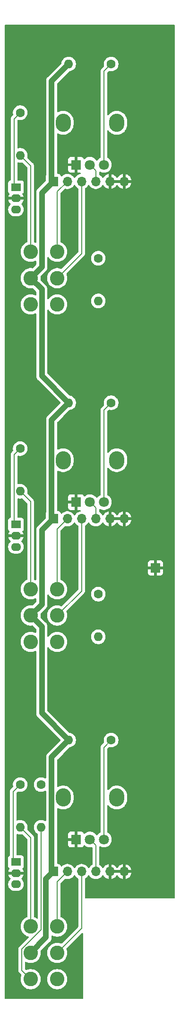
<source format=gbl>
%TF.GenerationSoftware,KiCad,Pcbnew,9.0.0*%
%TF.CreationDate,2025-04-19T14:08:19+02:00*%
%TF.ProjectId,DMH_Tripple_VCA_PCB_2,444d485f-5472-4697-9070-6c655f564341,1*%
%TF.SameCoordinates,Original*%
%TF.FileFunction,Copper,L2,Bot*%
%TF.FilePolarity,Positive*%
%FSLAX46Y46*%
G04 Gerber Fmt 4.6, Leading zero omitted, Abs format (unit mm)*
G04 Created by KiCad (PCBNEW 9.0.0) date 2025-04-19 14:08:19*
%MOMM*%
%LPD*%
G01*
G04 APERTURE LIST*
%TA.AperFunction,ComponentPad*%
%ADD10C,1.600000*%
%TD*%
%TA.AperFunction,ComponentPad*%
%ADD11O,1.600000X1.600000*%
%TD*%
%TA.AperFunction,ComponentPad*%
%ADD12O,2.720000X3.240000*%
%TD*%
%TA.AperFunction,ComponentPad*%
%ADD13R,1.800000X1.800000*%
%TD*%
%TA.AperFunction,ComponentPad*%
%ADD14C,1.800000*%
%TD*%
%TA.AperFunction,ComponentPad*%
%ADD15R,1.700000X1.700000*%
%TD*%
%TA.AperFunction,ComponentPad*%
%ADD16R,1.800000X1.400000*%
%TD*%
%TA.AperFunction,ComponentPad*%
%ADD17O,1.800000X1.400000*%
%TD*%
%TA.AperFunction,ComponentPad*%
%ADD18C,2.600000*%
%TD*%
%TA.AperFunction,ComponentPad*%
%ADD19O,1.700000X1.700000*%
%TD*%
%TA.AperFunction,Conductor*%
%ADD20C,0.200000*%
%TD*%
%TA.AperFunction,Conductor*%
%ADD21C,1.000000*%
%TD*%
G04 APERTURE END LIST*
D10*
%TO.P,R55,1*%
%TO.N,Net-(R55-Pad1)*%
X87060000Y-170750000D03*
D11*
%TO.P,R55,2*%
%TO.N,+12V*%
X79440000Y-170750000D03*
%TD*%
D12*
%TO.P,RV6,*%
%TO.N,*%
X78450000Y-181000000D03*
X88050000Y-181000000D03*
D13*
%TO.P,RV6,1,1*%
%TO.N,GND*%
X80750000Y-188500000D03*
D14*
%TO.P,RV6,2,2*%
%TO.N,/Inputs and Outputs/Offset C Pot*%
X83250000Y-188500000D03*
%TO.P,RV6,3,3*%
%TO.N,Net-(R55-Pad1)*%
X85750000Y-188500000D03*
%TD*%
D10*
%TO.P,R61,1*%
%TO.N,Net-(D8-A1)*%
X70750000Y-178690000D03*
D11*
%TO.P,R61,2*%
%TO.N,Net-(R61-Pad2)*%
X70750000Y-186310000D03*
%TD*%
D10*
%TO.P,R57,1*%
%TO.N,Net-(D6-A1)*%
X70750000Y-58690000D03*
D11*
%TO.P,R57,2*%
%TO.N,Net-(R57-Pad2)*%
X70750000Y-66310000D03*
%TD*%
D15*
%TO.P,J0,1,Pin_1*%
%TO.N,GND*%
X95000000Y-140000000D03*
%TD*%
D10*
%TO.P,R58,1*%
%TO.N,Net-(D7-A2)*%
X84750000Y-144690000D03*
D11*
%TO.P,R58,2*%
%TO.N,Net-(R58-Pad2)*%
X84750000Y-152310000D03*
%TD*%
D16*
%TO.P,D7,1,A1*%
%TO.N,Net-(D7-A1)*%
X70000000Y-132250000D03*
D17*
%TO.P,D7,2,K*%
%TO.N,GND*%
X70000000Y-134250000D03*
%TO.P,D7,3,A2*%
%TO.N,Net-(D7-A2)*%
X70000000Y-136250000D03*
%TD*%
D10*
%TO.P,R53,1*%
%TO.N,Net-(R53-Pad1)*%
X87060000Y-50000000D03*
D11*
%TO.P,R53,2*%
%TO.N,+12V*%
X79440000Y-50000000D03*
%TD*%
D18*
%TO.P,SW3,1,A*%
%TO.N,/Inputs and Outputs/Mute C Switch*%
X77375000Y-204050000D03*
%TO.P,SW3,2,B*%
%TO.N,/Inputs and Outputs/Output C Jack*%
X77375000Y-208750000D03*
%TO.P,SW3,3,C*%
%TO.N,unconnected-(SW3-C-Pad3)*%
X77375000Y-213450000D03*
%TO.P,SW3,4,A*%
%TO.N,Net-(R61-Pad2)*%
X72625000Y-204050000D03*
%TO.P,SW3,5,B*%
%TO.N,+12V*%
X72625000Y-208750000D03*
%TO.P,SW3,6,C*%
%TO.N,Net-(R60-Pad2)*%
X72625000Y-213450000D03*
%TD*%
D16*
%TO.P,D8,1,A1*%
%TO.N,Net-(D8-A1)*%
X70000000Y-192500000D03*
D17*
%TO.P,D8,2,K*%
%TO.N,GND*%
X70000000Y-194500000D03*
%TO.P,D8,3,A2*%
%TO.N,Net-(D8-A2)*%
X70000000Y-196500000D03*
%TD*%
D12*
%TO.P,RV4,*%
%TO.N,*%
X78450000Y-60500000D03*
X88050000Y-60500000D03*
D13*
%TO.P,RV4,1,1*%
%TO.N,GND*%
X80750000Y-68000000D03*
D14*
%TO.P,RV4,2,2*%
%TO.N,/Inputs and Outputs/Offset A Pot*%
X83250000Y-68000000D03*
%TO.P,RV4,3,3*%
%TO.N,Net-(R53-Pad1)*%
X85750000Y-68000000D03*
%TD*%
D10*
%TO.P,R54,1*%
%TO.N,Net-(R54-Pad1)*%
X87060000Y-110500000D03*
D11*
%TO.P,R54,2*%
%TO.N,+12V*%
X79440000Y-110500000D03*
%TD*%
D18*
%TO.P,SW2,1,A*%
%TO.N,/Inputs and Outputs/Mute B Switch*%
X77375000Y-143800000D03*
%TO.P,SW2,2,B*%
%TO.N,/Inputs and Outputs/Output B Jack*%
X77375000Y-148500000D03*
%TO.P,SW2,3,C*%
%TO.N,unconnected-(SW2-C-Pad3)*%
X77375000Y-153200000D03*
%TO.P,SW2,4,A*%
%TO.N,Net-(R59-Pad2)*%
X72625000Y-143800000D03*
%TO.P,SW2,5,B*%
%TO.N,+12V*%
X72625000Y-148500000D03*
%TO.P,SW2,6,C*%
%TO.N,Net-(R58-Pad2)*%
X72625000Y-153200000D03*
%TD*%
D16*
%TO.P,D6,1,A1*%
%TO.N,Net-(D6-A1)*%
X70000000Y-72000000D03*
D17*
%TO.P,D6,2,K*%
%TO.N,GND*%
X70000000Y-74000000D03*
%TO.P,D6,3,A2*%
%TO.N,Net-(D6-A2)*%
X70000000Y-76000000D03*
%TD*%
D10*
%TO.P,R59,1*%
%TO.N,Net-(D7-A1)*%
X70750000Y-118690000D03*
D11*
%TO.P,R59,2*%
%TO.N,Net-(R59-Pad2)*%
X70750000Y-126310000D03*
%TD*%
D18*
%TO.P,SW1,1,A*%
%TO.N,/Inputs and Outputs/Mute A Switch*%
X77375000Y-83550000D03*
%TO.P,SW1,2,B*%
%TO.N,/Inputs and Outputs/Output A Jack*%
X77375000Y-88250000D03*
%TO.P,SW1,3,C*%
%TO.N,unconnected-(SW1-C-Pad3)*%
X77375000Y-92950000D03*
%TO.P,SW1,4,A*%
%TO.N,Net-(R57-Pad2)*%
X72625000Y-83550000D03*
%TO.P,SW1,5,B*%
%TO.N,+12V*%
X72625000Y-88250000D03*
%TO.P,SW1,6,C*%
%TO.N,Net-(R56-Pad2)*%
X72625000Y-92950000D03*
%TD*%
D10*
%TO.P,R60,1*%
%TO.N,Net-(D8-A2)*%
X74500000Y-178690000D03*
D11*
%TO.P,R60,2*%
%TO.N,Net-(R60-Pad2)*%
X74500000Y-186310000D03*
%TD*%
D12*
%TO.P,RV5,*%
%TO.N,*%
X78450000Y-120750000D03*
X88050000Y-120750000D03*
D13*
%TO.P,RV5,1,1*%
%TO.N,GND*%
X80750000Y-128250000D03*
D14*
%TO.P,RV5,2,2*%
%TO.N,/Inputs and Outputs/Offset B Pot*%
X83250000Y-128250000D03*
%TO.P,RV5,3,3*%
%TO.N,Net-(R54-Pad1)*%
X85750000Y-128250000D03*
%TD*%
D10*
%TO.P,R56,1*%
%TO.N,Net-(D6-A2)*%
X84750000Y-84690000D03*
D11*
%TO.P,R56,2*%
%TO.N,Net-(R56-Pad2)*%
X84750000Y-92310000D03*
%TD*%
D15*
%TO.P,J60,1,Pin_1*%
%TO.N,+12V*%
X76675000Y-131225000D03*
D19*
%TO.P,J60,2,Pin_2*%
%TO.N,/Inputs and Outputs/Mute B Switch*%
X79215000Y-131225000D03*
%TO.P,J60,3,Pin_3*%
%TO.N,/Inputs and Outputs/Output B Jack*%
X81755000Y-131225000D03*
%TO.P,J60,4,Pin_4*%
%TO.N,/Inputs and Outputs/Offset B Pot*%
X84295000Y-131225000D03*
%TO.P,J60,5,Pin_5*%
%TO.N,GND*%
X86835000Y-131225000D03*
%TO.P,J60,6,Pin_6*%
X89375000Y-131225000D03*
%TD*%
D15*
%TO.P,J70,1,Pin_1*%
%TO.N,+12V*%
X76675000Y-194225000D03*
D19*
%TO.P,J70,2,Pin_2*%
%TO.N,/Inputs and Outputs/Mute C Switch*%
X79215000Y-194225000D03*
%TO.P,J70,3,Pin_3*%
%TO.N,/Inputs and Outputs/Output C Jack*%
X81755000Y-194225000D03*
%TO.P,J70,4,Pin_4*%
%TO.N,/Inputs and Outputs/Offset C Pot*%
X84295000Y-194225000D03*
%TO.P,J70,5,Pin_5*%
%TO.N,GND*%
X86835000Y-194225000D03*
%TO.P,J70,6,Pin_6*%
X89375000Y-194225000D03*
%TD*%
D15*
%TO.P,J50,1,Pin_1*%
%TO.N,+12V*%
X76675000Y-70975000D03*
D19*
%TO.P,J50,2,Pin_2*%
%TO.N,/Inputs and Outputs/Mute A Switch*%
X79215000Y-70975000D03*
%TO.P,J50,3,Pin_3*%
%TO.N,/Inputs and Outputs/Output A Jack*%
X81755000Y-70975000D03*
%TO.P,J50,4,Pin_4*%
%TO.N,/Inputs and Outputs/Offset A Pot*%
X84295000Y-70975000D03*
%TO.P,J50,5,Pin_5*%
%TO.N,GND*%
X86835000Y-70975000D03*
%TO.P,J50,6,Pin_6*%
X89375000Y-70975000D03*
%TD*%
D20*
%TO.N,Net-(R55-Pad1)*%
X85750000Y-172060000D02*
X87060000Y-170750000D01*
X85750000Y-188500000D02*
X85750000Y-172060000D01*
%TO.N,Net-(R54-Pad1)*%
X85750000Y-111810000D02*
X85750000Y-128250000D01*
X87060000Y-110500000D02*
X85750000Y-111810000D01*
%TO.N,Net-(R53-Pad1)*%
X85750000Y-51310000D02*
X87060000Y-50000000D01*
X85750000Y-68000000D02*
X85750000Y-51310000D01*
%TO.N,Net-(D6-A1)*%
X70750000Y-58690000D02*
X69649000Y-59791000D01*
X69649000Y-59791000D02*
X69649000Y-71649000D01*
X69649000Y-71649000D02*
X70000000Y-72000000D01*
%TO.N,Net-(D7-A1)*%
X70750000Y-118690000D02*
X69649000Y-119791000D01*
X69649000Y-131899000D02*
X70000000Y-132250000D01*
X69649000Y-119791000D02*
X69649000Y-131899000D01*
%TO.N,Net-(D8-A1)*%
X69500000Y-179940000D02*
X69500000Y-192000000D01*
X70750000Y-178690000D02*
X69500000Y-179940000D01*
X69500000Y-192000000D02*
X70000000Y-192500000D01*
%TO.N,/Inputs and Outputs/Output A Jack*%
X81755000Y-83870000D02*
X77375000Y-88250000D01*
X81755000Y-70975000D02*
X81755000Y-83870000D01*
D21*
%TO.N,+12V*%
X76675000Y-194225000D02*
X75374000Y-195526000D01*
X79440000Y-170750000D02*
X76389000Y-173801000D01*
X79440000Y-110500000D02*
X76389000Y-113551000D01*
X74626000Y-86249000D02*
X72625000Y-88250000D01*
X72625000Y-148500000D02*
X74626000Y-150501000D01*
X76389000Y-173801000D02*
X76389000Y-193939000D01*
X75374000Y-206001000D02*
X72625000Y-208750000D01*
X74626000Y-165936000D02*
X79440000Y-170750000D01*
X74626000Y-133274000D02*
X74626000Y-146499000D01*
X76389000Y-70689000D02*
X76675000Y-70975000D01*
X76675000Y-131225000D02*
X74626000Y-133274000D01*
X74626000Y-105686000D02*
X79440000Y-110500000D01*
X72625000Y-88250000D02*
X74626000Y-90251000D01*
X76389000Y-113551000D02*
X76389000Y-130939000D01*
X75374000Y-195526000D02*
X75374000Y-206001000D01*
X74626000Y-73024000D02*
X74626000Y-86249000D01*
X74626000Y-150501000D02*
X74626000Y-165936000D01*
X76389000Y-53051000D02*
X76389000Y-70689000D01*
X76389000Y-193939000D02*
X76675000Y-194225000D01*
X79440000Y-50000000D02*
X76389000Y-53051000D01*
X74626000Y-90251000D02*
X74626000Y-105686000D01*
X76389000Y-130939000D02*
X76675000Y-131225000D01*
X76675000Y-70975000D02*
X74626000Y-73024000D01*
X74626000Y-146499000D02*
X72625000Y-148500000D01*
D20*
%TO.N,/Inputs and Outputs/Mute A Switch*%
X79215000Y-70975000D02*
X77375000Y-72815000D01*
X77375000Y-72815000D02*
X77375000Y-83550000D01*
%TO.N,/Inputs and Outputs/Offset A Pot*%
X84295000Y-69045000D02*
X84295000Y-70975000D01*
X83250000Y-68000000D02*
X84295000Y-69045000D01*
%TO.N,/Inputs and Outputs/Offset B Pot*%
X83250000Y-128250000D02*
X84295000Y-129295000D01*
X84295000Y-129295000D02*
X84295000Y-131225000D01*
%TO.N,/Inputs and Outputs/Output B Jack*%
X81755000Y-144120000D02*
X77375000Y-148500000D01*
X81755000Y-131225000D02*
X81755000Y-144120000D01*
%TO.N,/Inputs and Outputs/Mute B Switch*%
X77375000Y-133065000D02*
X77375000Y-143800000D01*
X79215000Y-131225000D02*
X77375000Y-133065000D01*
%TO.N,/Inputs and Outputs/Output C Jack*%
X81755000Y-204370000D02*
X77375000Y-208750000D01*
X81755000Y-194225000D02*
X81755000Y-204370000D01*
%TO.N,/Inputs and Outputs/Offset C Pot*%
X83250000Y-188500000D02*
X84295000Y-189545000D01*
X84295000Y-189545000D02*
X84295000Y-194225000D01*
%TO.N,/Inputs and Outputs/Mute C Switch*%
X77375000Y-196065000D02*
X77375000Y-204050000D01*
X79215000Y-194225000D02*
X77375000Y-196065000D01*
%TO.N,Net-(R57-Pad2)*%
X72625000Y-68185000D02*
X72625000Y-83550000D01*
X70750000Y-66310000D02*
X72625000Y-68185000D01*
%TO.N,Net-(R59-Pad2)*%
X72625000Y-128185000D02*
X72625000Y-143800000D01*
X70750000Y-126310000D02*
X72625000Y-128185000D01*
%TO.N,Net-(R60-Pad2)*%
X74500000Y-204610844D02*
X71024000Y-208086844D01*
X71024000Y-211849000D02*
X72625000Y-213450000D01*
X74500000Y-186310000D02*
X74500000Y-204610844D01*
X71024000Y-208086844D02*
X71024000Y-211849000D01*
%TO.N,Net-(R61-Pad2)*%
X72625000Y-188185000D02*
X72625000Y-204050000D01*
X70750000Y-186310000D02*
X72625000Y-188185000D01*
%TD*%
%TA.AperFunction,Conductor*%
%TO.N,GND*%
G36*
X98442539Y-43020185D02*
G01*
X98488294Y-43072989D01*
X98499500Y-43124500D01*
X98499500Y-198875500D01*
X98479815Y-198942539D01*
X98427011Y-198988294D01*
X98375500Y-198999500D01*
X82479500Y-198999500D01*
X82412461Y-198979815D01*
X82366706Y-198927011D01*
X82355500Y-198875500D01*
X82355500Y-195510718D01*
X82375185Y-195443679D01*
X82423207Y-195400233D01*
X82462815Y-195380052D01*
X82462815Y-195380051D01*
X82462816Y-195380051D01*
X82573686Y-195299500D01*
X82634786Y-195255109D01*
X82634788Y-195255106D01*
X82634792Y-195255104D01*
X82785104Y-195104792D01*
X82785106Y-195104788D01*
X82785109Y-195104786D01*
X82910048Y-194932820D01*
X82910047Y-194932820D01*
X82910051Y-194932816D01*
X82914514Y-194924054D01*
X82962488Y-194873259D01*
X83030308Y-194856463D01*
X83096444Y-194878999D01*
X83135486Y-194924056D01*
X83139951Y-194932820D01*
X83264890Y-195104786D01*
X83415213Y-195255109D01*
X83587179Y-195380048D01*
X83587181Y-195380049D01*
X83587184Y-195380051D01*
X83776588Y-195476557D01*
X83978757Y-195542246D01*
X84188713Y-195575500D01*
X84188714Y-195575500D01*
X84401286Y-195575500D01*
X84401287Y-195575500D01*
X84611243Y-195542246D01*
X84813412Y-195476557D01*
X85002816Y-195380051D01*
X85113686Y-195299500D01*
X85174786Y-195255109D01*
X85174788Y-195255106D01*
X85174792Y-195255104D01*
X85325104Y-195104792D01*
X85325106Y-195104788D01*
X85325109Y-195104786D01*
X85450048Y-194932820D01*
X85450051Y-194932816D01*
X85454793Y-194923508D01*
X85502763Y-194872711D01*
X85570583Y-194855911D01*
X85636719Y-194878445D01*
X85675763Y-194923500D01*
X85680377Y-194932555D01*
X85805272Y-195104459D01*
X85805276Y-195104464D01*
X85955535Y-195254723D01*
X85955540Y-195254727D01*
X86127442Y-195379620D01*
X86316782Y-195476095D01*
X86518871Y-195541757D01*
X86585000Y-195552231D01*
X86585000Y-194658012D01*
X86642007Y-194690925D01*
X86769174Y-194725000D01*
X86900826Y-194725000D01*
X87027993Y-194690925D01*
X87085000Y-194658012D01*
X87085000Y-195552230D01*
X87151126Y-195541757D01*
X87151129Y-195541757D01*
X87353217Y-195476095D01*
X87542557Y-195379620D01*
X87714459Y-195254727D01*
X87714464Y-195254723D01*
X87864723Y-195104464D01*
X87864727Y-195104459D01*
X87989620Y-194932558D01*
X87994514Y-194922954D01*
X88042488Y-194872157D01*
X88110308Y-194855361D01*
X88176444Y-194877897D01*
X88215486Y-194922954D01*
X88220379Y-194932558D01*
X88345272Y-195104459D01*
X88345276Y-195104464D01*
X88495535Y-195254723D01*
X88495540Y-195254727D01*
X88667442Y-195379620D01*
X88856782Y-195476095D01*
X89058871Y-195541757D01*
X89125000Y-195552231D01*
X89125000Y-194658012D01*
X89182007Y-194690925D01*
X89309174Y-194725000D01*
X89440826Y-194725000D01*
X89567993Y-194690925D01*
X89625000Y-194658012D01*
X89625000Y-195552230D01*
X89691126Y-195541757D01*
X89691129Y-195541757D01*
X89893217Y-195476095D01*
X90082557Y-195379620D01*
X90254459Y-195254727D01*
X90254464Y-195254723D01*
X90404723Y-195104464D01*
X90404727Y-195104459D01*
X90529620Y-194932557D01*
X90626095Y-194743217D01*
X90691757Y-194541129D01*
X90691757Y-194541126D01*
X90702231Y-194475000D01*
X89808012Y-194475000D01*
X89840925Y-194417993D01*
X89875000Y-194290826D01*
X89875000Y-194159174D01*
X89840925Y-194032007D01*
X89808012Y-193975000D01*
X90702231Y-193975000D01*
X90691757Y-193908873D01*
X90691757Y-193908870D01*
X90626095Y-193706782D01*
X90529620Y-193517442D01*
X90404727Y-193345540D01*
X90404723Y-193345535D01*
X90254464Y-193195276D01*
X90254459Y-193195272D01*
X90082557Y-193070379D01*
X89893215Y-192973903D01*
X89691124Y-192908241D01*
X89625000Y-192897768D01*
X89625000Y-193791988D01*
X89567993Y-193759075D01*
X89440826Y-193725000D01*
X89309174Y-193725000D01*
X89182007Y-193759075D01*
X89125000Y-193791988D01*
X89125000Y-192897768D01*
X89124999Y-192897768D01*
X89058875Y-192908241D01*
X88856784Y-192973903D01*
X88667442Y-193070379D01*
X88495540Y-193195272D01*
X88495535Y-193195276D01*
X88345276Y-193345535D01*
X88345272Y-193345540D01*
X88220377Y-193517444D01*
X88215484Y-193527048D01*
X88167509Y-193577844D01*
X88099688Y-193594638D01*
X88033553Y-193572100D01*
X87994516Y-193527048D01*
X87989622Y-193517444D01*
X87864727Y-193345540D01*
X87864723Y-193345535D01*
X87714464Y-193195276D01*
X87714459Y-193195272D01*
X87542557Y-193070379D01*
X87353215Y-192973903D01*
X87151124Y-192908241D01*
X87085000Y-192897768D01*
X87085000Y-193791988D01*
X87027993Y-193759075D01*
X86900826Y-193725000D01*
X86769174Y-193725000D01*
X86642007Y-193759075D01*
X86585000Y-193791988D01*
X86585000Y-192897768D01*
X86584999Y-192897768D01*
X86518875Y-192908241D01*
X86316784Y-192973903D01*
X86127442Y-193070379D01*
X85955540Y-193195272D01*
X85955535Y-193195276D01*
X85805276Y-193345535D01*
X85805272Y-193345540D01*
X85680378Y-193517443D01*
X85675762Y-193526502D01*
X85627784Y-193577295D01*
X85559963Y-193594087D01*
X85493829Y-193571546D01*
X85454794Y-193526493D01*
X85450051Y-193517184D01*
X85450049Y-193517181D01*
X85450048Y-193517179D01*
X85325109Y-193345213D01*
X85174786Y-193194890D01*
X85002815Y-193069948D01*
X85002814Y-193069947D01*
X84963205Y-193049765D01*
X84912409Y-193001791D01*
X84895500Y-192939281D01*
X84895500Y-189838778D01*
X84915185Y-189771739D01*
X84967989Y-189725984D01*
X85037147Y-189716040D01*
X85075796Y-189728294D01*
X85212389Y-189797893D01*
X85212396Y-189797896D01*
X85305498Y-189828146D01*
X85422049Y-189866015D01*
X85639778Y-189900500D01*
X85639779Y-189900500D01*
X85860221Y-189900500D01*
X85860222Y-189900500D01*
X86077951Y-189866015D01*
X86287606Y-189797895D01*
X86484022Y-189697815D01*
X86662365Y-189568242D01*
X86818242Y-189412365D01*
X86947815Y-189234022D01*
X87047895Y-189037606D01*
X87116015Y-188827951D01*
X87150500Y-188610222D01*
X87150500Y-188389778D01*
X87116015Y-188172049D01*
X87047895Y-187962394D01*
X87047895Y-187962393D01*
X87013237Y-187894375D01*
X86947815Y-187765978D01*
X86911335Y-187715767D01*
X86818247Y-187587641D01*
X86818243Y-187587636D01*
X86662363Y-187431756D01*
X86662358Y-187431752D01*
X86484023Y-187302185D01*
X86418204Y-187268648D01*
X86367409Y-187220674D01*
X86350500Y-187158164D01*
X86350500Y-182466665D01*
X86370185Y-182399626D01*
X86422989Y-182353871D01*
X86492147Y-182343927D01*
X86555703Y-182372952D01*
X86572874Y-182391177D01*
X86599396Y-182425741D01*
X86648199Y-182489343D01*
X86648205Y-182489350D01*
X86820649Y-182661794D01*
X86820655Y-182661799D01*
X87014144Y-182810268D01*
X87014151Y-182810272D01*
X87225348Y-182932208D01*
X87225353Y-182932210D01*
X87225356Y-182932212D01*
X87253272Y-182943775D01*
X87415117Y-183010814D01*
X87450679Y-183025544D01*
X87686256Y-183088666D01*
X87928056Y-183120500D01*
X87928063Y-183120500D01*
X88171937Y-183120500D01*
X88171944Y-183120500D01*
X88413744Y-183088666D01*
X88649321Y-183025544D01*
X88874644Y-182932212D01*
X89085856Y-182810268D01*
X89279345Y-182661799D01*
X89451799Y-182489345D01*
X89600268Y-182295856D01*
X89722212Y-182084644D01*
X89815544Y-181859321D01*
X89878666Y-181623744D01*
X89910500Y-181381944D01*
X89910500Y-180618056D01*
X89878666Y-180376256D01*
X89815544Y-180140679D01*
X89722212Y-179915356D01*
X89722210Y-179915353D01*
X89722208Y-179915348D01*
X89600272Y-179704151D01*
X89600268Y-179704144D01*
X89528436Y-179610531D01*
X89451800Y-179510656D01*
X89451794Y-179510649D01*
X89279350Y-179338205D01*
X89279343Y-179338199D01*
X89085864Y-179189738D01*
X89085862Y-179189736D01*
X89085856Y-179189732D01*
X89085851Y-179189729D01*
X89085848Y-179189727D01*
X88874651Y-179067791D01*
X88874640Y-179067786D01*
X88649330Y-178974459D01*
X88649323Y-178974457D01*
X88649321Y-178974456D01*
X88413744Y-178911334D01*
X88373333Y-178906013D01*
X88171951Y-178879500D01*
X88171944Y-178879500D01*
X87928056Y-178879500D01*
X87928048Y-178879500D01*
X87697896Y-178909801D01*
X87686256Y-178911334D01*
X87450679Y-178974456D01*
X87450669Y-178974459D01*
X87225359Y-179067786D01*
X87225348Y-179067791D01*
X87014151Y-179189727D01*
X87014135Y-179189738D01*
X86820656Y-179338199D01*
X86820649Y-179338205D01*
X86648205Y-179510649D01*
X86648199Y-179510656D01*
X86572876Y-179608820D01*
X86516448Y-179650023D01*
X86446702Y-179654178D01*
X86385782Y-179619966D01*
X86353029Y-179558249D01*
X86350500Y-179533334D01*
X86350500Y-172360096D01*
X86370185Y-172293057D01*
X86386815Y-172272419D01*
X86615157Y-172044076D01*
X86676480Y-172010592D01*
X86741154Y-172013826D01*
X86755466Y-172018477D01*
X86957648Y-172050500D01*
X86957649Y-172050500D01*
X87162351Y-172050500D01*
X87162352Y-172050500D01*
X87364534Y-172018477D01*
X87559219Y-171955220D01*
X87741610Y-171862287D01*
X87834590Y-171794732D01*
X87907213Y-171741971D01*
X87907220Y-171741965D01*
X87957901Y-171691284D01*
X88051966Y-171597219D01*
X88051968Y-171597215D01*
X88051971Y-171597213D01*
X88104732Y-171524590D01*
X88172287Y-171431610D01*
X88265220Y-171249219D01*
X88328477Y-171054534D01*
X88360500Y-170852352D01*
X88360500Y-170647648D01*
X88328477Y-170445466D01*
X88265220Y-170250781D01*
X88265218Y-170250778D01*
X88265218Y-170250776D01*
X88231503Y-170184607D01*
X88172287Y-170068390D01*
X88164556Y-170057749D01*
X88051971Y-169902786D01*
X87907213Y-169758028D01*
X87741613Y-169637715D01*
X87741612Y-169637714D01*
X87741610Y-169637713D01*
X87684653Y-169608691D01*
X87559223Y-169544781D01*
X87364534Y-169481522D01*
X87176690Y-169451771D01*
X87162352Y-169449500D01*
X86957648Y-169449500D01*
X86943310Y-169451771D01*
X86755465Y-169481522D01*
X86560776Y-169544781D01*
X86378386Y-169637715D01*
X86212786Y-169758028D01*
X86068028Y-169902786D01*
X85947715Y-170068386D01*
X85854781Y-170250776D01*
X85791522Y-170445465D01*
X85759500Y-170647648D01*
X85759500Y-170852351D01*
X85791522Y-171054534D01*
X85796173Y-171068848D01*
X85798165Y-171138690D01*
X85765921Y-171194842D01*
X85384722Y-171576041D01*
X85384716Y-171576047D01*
X85381286Y-171579478D01*
X85381284Y-171579480D01*
X85269480Y-171691284D01*
X85240219Y-171741966D01*
X85190423Y-171828215D01*
X85149499Y-171980943D01*
X85149499Y-171980945D01*
X85149499Y-172149046D01*
X85149500Y-172149059D01*
X85149500Y-187158164D01*
X85129815Y-187225203D01*
X85081796Y-187268648D01*
X85015976Y-187302185D01*
X84837641Y-187431752D01*
X84837636Y-187431756D01*
X84681756Y-187587636D01*
X84681752Y-187587641D01*
X84600318Y-187699727D01*
X84544989Y-187742393D01*
X84475375Y-187748372D01*
X84413580Y-187715767D01*
X84399682Y-187699727D01*
X84318247Y-187587641D01*
X84318243Y-187587636D01*
X84162363Y-187431756D01*
X84162358Y-187431752D01*
X83984025Y-187302187D01*
X83984024Y-187302186D01*
X83984022Y-187302185D01*
X83902575Y-187260685D01*
X83787606Y-187202104D01*
X83787603Y-187202103D01*
X83577952Y-187133985D01*
X83469086Y-187116742D01*
X83360222Y-187099500D01*
X83139778Y-187099500D01*
X83067201Y-187110995D01*
X82922047Y-187133985D01*
X82712396Y-187202103D01*
X82712393Y-187202104D01*
X82515974Y-187302187D01*
X82337641Y-187431752D01*
X82337635Y-187431757D01*
X82316207Y-187453185D01*
X82254884Y-187486669D01*
X82185192Y-187481683D01*
X82129259Y-187439810D01*
X82112346Y-187408834D01*
X82093355Y-187357915D01*
X82093350Y-187357906D01*
X82007190Y-187242812D01*
X82007187Y-187242809D01*
X81892093Y-187156649D01*
X81892086Y-187156645D01*
X81757379Y-187106403D01*
X81757372Y-187106401D01*
X81697844Y-187100000D01*
X81000000Y-187100000D01*
X81000000Y-188066988D01*
X80942993Y-188034075D01*
X80815826Y-188000000D01*
X80684174Y-188000000D01*
X80557007Y-188034075D01*
X80500000Y-188066988D01*
X80500000Y-187100000D01*
X79802155Y-187100000D01*
X79742627Y-187106401D01*
X79742620Y-187106403D01*
X79607913Y-187156645D01*
X79607906Y-187156649D01*
X79492812Y-187242809D01*
X79492809Y-187242812D01*
X79406649Y-187357906D01*
X79406645Y-187357913D01*
X79356403Y-187492620D01*
X79356401Y-187492627D01*
X79350000Y-187552155D01*
X79350000Y-188250000D01*
X80316988Y-188250000D01*
X80284075Y-188307007D01*
X80250000Y-188434174D01*
X80250000Y-188565826D01*
X80284075Y-188692993D01*
X80316988Y-188750000D01*
X79350000Y-188750000D01*
X79350000Y-189447844D01*
X79356401Y-189507372D01*
X79356403Y-189507379D01*
X79406645Y-189642086D01*
X79406649Y-189642093D01*
X79492809Y-189757187D01*
X79492812Y-189757190D01*
X79607906Y-189843350D01*
X79607913Y-189843354D01*
X79742620Y-189893596D01*
X79742627Y-189893598D01*
X79802155Y-189899999D01*
X79802172Y-189900000D01*
X80500000Y-189900000D01*
X80500000Y-188933012D01*
X80557007Y-188965925D01*
X80684174Y-189000000D01*
X80815826Y-189000000D01*
X80942993Y-188965925D01*
X81000000Y-188933012D01*
X81000000Y-189900000D01*
X81697828Y-189900000D01*
X81697844Y-189899999D01*
X81757372Y-189893598D01*
X81757379Y-189893596D01*
X81892086Y-189843354D01*
X81892093Y-189843350D01*
X82007187Y-189757190D01*
X82007190Y-189757187D01*
X82093350Y-189642093D01*
X82093353Y-189642088D01*
X82112345Y-189591166D01*
X82154215Y-189535232D01*
X82219679Y-189510813D01*
X82287952Y-189525663D01*
X82316209Y-189546816D01*
X82337636Y-189568243D01*
X82337641Y-189568247D01*
X82493192Y-189681260D01*
X82515978Y-189697815D01*
X82632501Y-189757187D01*
X82712393Y-189797895D01*
X82712396Y-189797896D01*
X82805498Y-189828146D01*
X82922049Y-189866015D01*
X83139778Y-189900500D01*
X83139779Y-189900500D01*
X83360221Y-189900500D01*
X83360222Y-189900500D01*
X83551103Y-189870267D01*
X83620395Y-189879221D01*
X83673847Y-189924218D01*
X83694487Y-189990969D01*
X83694500Y-189992740D01*
X83694500Y-192939281D01*
X83674815Y-193006320D01*
X83626795Y-193049765D01*
X83587185Y-193069947D01*
X83587184Y-193069948D01*
X83415213Y-193194890D01*
X83264890Y-193345213D01*
X83139949Y-193517182D01*
X83135484Y-193525946D01*
X83087509Y-193576742D01*
X83019688Y-193593536D01*
X82953553Y-193570998D01*
X82914516Y-193525946D01*
X82910050Y-193517182D01*
X82785109Y-193345213D01*
X82634786Y-193194890D01*
X82462820Y-193069951D01*
X82273414Y-192973444D01*
X82273413Y-192973443D01*
X82273412Y-192973443D01*
X82071243Y-192907754D01*
X82071241Y-192907753D01*
X82071240Y-192907753D01*
X81909957Y-192882208D01*
X81861287Y-192874500D01*
X81648713Y-192874500D01*
X81600042Y-192882208D01*
X81438760Y-192907753D01*
X81236585Y-192973444D01*
X81047179Y-193069951D01*
X80875213Y-193194890D01*
X80724890Y-193345213D01*
X80599949Y-193517182D01*
X80595484Y-193525946D01*
X80547509Y-193576742D01*
X80479688Y-193593536D01*
X80413553Y-193570998D01*
X80374516Y-193525946D01*
X80370050Y-193517182D01*
X80245109Y-193345213D01*
X80094786Y-193194890D01*
X79922820Y-193069951D01*
X79733414Y-192973444D01*
X79733413Y-192973443D01*
X79733412Y-192973443D01*
X79531243Y-192907754D01*
X79531241Y-192907753D01*
X79531240Y-192907753D01*
X79369957Y-192882208D01*
X79321287Y-192874500D01*
X79108713Y-192874500D01*
X79060042Y-192882208D01*
X78898760Y-192907753D01*
X78696585Y-192973444D01*
X78507179Y-193069951D01*
X78335215Y-193194889D01*
X78221673Y-193308431D01*
X78160350Y-193341915D01*
X78090658Y-193336931D01*
X78034725Y-193295059D01*
X78017810Y-193264082D01*
X77968797Y-193132671D01*
X77968793Y-193132664D01*
X77882547Y-193017455D01*
X77882544Y-193017452D01*
X77767335Y-192931206D01*
X77767328Y-192931202D01*
X77632482Y-192880908D01*
X77632483Y-192880908D01*
X77572883Y-192874501D01*
X77572881Y-192874500D01*
X77572873Y-192874500D01*
X77572865Y-192874500D01*
X77513500Y-192874500D01*
X77446461Y-192854815D01*
X77400706Y-192802011D01*
X77389500Y-192750500D01*
X77389500Y-183010814D01*
X77409185Y-182943775D01*
X77461989Y-182898020D01*
X77531147Y-182888076D01*
X77575499Y-182903427D01*
X77625356Y-182932212D01*
X77653272Y-182943775D01*
X77815117Y-183010814D01*
X77850679Y-183025544D01*
X78086256Y-183088666D01*
X78328056Y-183120500D01*
X78328063Y-183120500D01*
X78571937Y-183120500D01*
X78571944Y-183120500D01*
X78813744Y-183088666D01*
X79049321Y-183025544D01*
X79274644Y-182932212D01*
X79485856Y-182810268D01*
X79679345Y-182661799D01*
X79851799Y-182489345D01*
X80000268Y-182295856D01*
X80122212Y-182084644D01*
X80215544Y-181859321D01*
X80278666Y-181623744D01*
X80310500Y-181381944D01*
X80310500Y-180618056D01*
X80278666Y-180376256D01*
X80215544Y-180140679D01*
X80122212Y-179915356D01*
X80122210Y-179915353D01*
X80122208Y-179915348D01*
X80000272Y-179704151D01*
X80000268Y-179704144D01*
X79928436Y-179610531D01*
X79851800Y-179510656D01*
X79851794Y-179510649D01*
X79679350Y-179338205D01*
X79679343Y-179338199D01*
X79485864Y-179189738D01*
X79485862Y-179189736D01*
X79485856Y-179189732D01*
X79485851Y-179189729D01*
X79485848Y-179189727D01*
X79274651Y-179067791D01*
X79274640Y-179067786D01*
X79049330Y-178974459D01*
X79049323Y-178974457D01*
X79049321Y-178974456D01*
X78813744Y-178911334D01*
X78773333Y-178906013D01*
X78571951Y-178879500D01*
X78571944Y-178879500D01*
X78328056Y-178879500D01*
X78328048Y-178879500D01*
X78097896Y-178909801D01*
X78086256Y-178911334D01*
X77850679Y-178974456D01*
X77850669Y-178974459D01*
X77625359Y-179067786D01*
X77625353Y-179067789D01*
X77575499Y-179096572D01*
X77507599Y-179113043D01*
X77441572Y-179090191D01*
X77398382Y-179035269D01*
X77389500Y-178989184D01*
X77389500Y-174266782D01*
X77409185Y-174199743D01*
X77425819Y-174179101D01*
X78441702Y-173163218D01*
X79528204Y-172076715D01*
X79589525Y-172043232D01*
X79596475Y-172041926D01*
X79744534Y-172018477D01*
X79939219Y-171955220D01*
X80121610Y-171862287D01*
X80214590Y-171794732D01*
X80287213Y-171741971D01*
X80287220Y-171741965D01*
X80337901Y-171691284D01*
X80431966Y-171597219D01*
X80431968Y-171597215D01*
X80431971Y-171597213D01*
X80484732Y-171524590D01*
X80552287Y-171431610D01*
X80645220Y-171249219D01*
X80708477Y-171054534D01*
X80740500Y-170852352D01*
X80740500Y-170647648D01*
X80708477Y-170445466D01*
X80645220Y-170250781D01*
X80645218Y-170250778D01*
X80645218Y-170250776D01*
X80611503Y-170184607D01*
X80552287Y-170068390D01*
X80544556Y-170057749D01*
X80431971Y-169902786D01*
X80287213Y-169758028D01*
X80121613Y-169637715D01*
X80121612Y-169637714D01*
X80121610Y-169637713D01*
X80064653Y-169608691D01*
X79939223Y-169544781D01*
X79744535Y-169481523D01*
X79596483Y-169458073D01*
X79533349Y-169428143D01*
X79528201Y-169423281D01*
X75662819Y-165557899D01*
X75629334Y-165496576D01*
X75626500Y-165470218D01*
X75626500Y-154235281D01*
X75646185Y-154168242D01*
X75698989Y-154122487D01*
X75768147Y-154112543D01*
X75831703Y-154141568D01*
X75857884Y-154173278D01*
X75874727Y-154202450D01*
X75874729Y-154202453D01*
X75874730Y-154202454D01*
X76018406Y-154389697D01*
X76018412Y-154389704D01*
X76185295Y-154556587D01*
X76185301Y-154556592D01*
X76372550Y-154700273D01*
X76503918Y-154776118D01*
X76576943Y-154818280D01*
X76576948Y-154818282D01*
X76576951Y-154818284D01*
X76795007Y-154908606D01*
X77022986Y-154969693D01*
X77256989Y-155000500D01*
X77256996Y-155000500D01*
X77493004Y-155000500D01*
X77493011Y-155000500D01*
X77727014Y-154969693D01*
X77954993Y-154908606D01*
X78173049Y-154818284D01*
X78377450Y-154700273D01*
X78564699Y-154556592D01*
X78731592Y-154389699D01*
X78875273Y-154202450D01*
X78993284Y-153998049D01*
X79083606Y-153779993D01*
X79144693Y-153552014D01*
X79175500Y-153318011D01*
X79175500Y-153081989D01*
X79144693Y-152847986D01*
X79083606Y-152620007D01*
X78993284Y-152401951D01*
X78993282Y-152401948D01*
X78993280Y-152401943D01*
X78914087Y-152264778D01*
X78881103Y-152207648D01*
X83449500Y-152207648D01*
X83449500Y-152412351D01*
X83481522Y-152614534D01*
X83544781Y-152809223D01*
X83637715Y-152991613D01*
X83758028Y-153157213D01*
X83902786Y-153301971D01*
X84057749Y-153414556D01*
X84068390Y-153422287D01*
X84184607Y-153481503D01*
X84250776Y-153515218D01*
X84250778Y-153515218D01*
X84250781Y-153515220D01*
X84355137Y-153549127D01*
X84445465Y-153578477D01*
X84546557Y-153594488D01*
X84647648Y-153610500D01*
X84647649Y-153610500D01*
X84852351Y-153610500D01*
X84852352Y-153610500D01*
X85054534Y-153578477D01*
X85249219Y-153515220D01*
X85431610Y-153422287D01*
X85524590Y-153354732D01*
X85597213Y-153301971D01*
X85597215Y-153301968D01*
X85597219Y-153301966D01*
X85741966Y-153157219D01*
X85741968Y-153157215D01*
X85741971Y-153157213D01*
X85796631Y-153081979D01*
X85862287Y-152991610D01*
X85955220Y-152809219D01*
X86018477Y-152614534D01*
X86050500Y-152412352D01*
X86050500Y-152207648D01*
X86018477Y-152005466D01*
X85955220Y-151810781D01*
X85955218Y-151810778D01*
X85955218Y-151810776D01*
X85921503Y-151744607D01*
X85862287Y-151628390D01*
X85828375Y-151581714D01*
X85741971Y-151462786D01*
X85597213Y-151318028D01*
X85431613Y-151197715D01*
X85431612Y-151197714D01*
X85431610Y-151197713D01*
X85374653Y-151168691D01*
X85249223Y-151104781D01*
X85054534Y-151041522D01*
X84879995Y-151013878D01*
X84852352Y-151009500D01*
X84647648Y-151009500D01*
X84623329Y-151013351D01*
X84445465Y-151041522D01*
X84250776Y-151104781D01*
X84068386Y-151197715D01*
X83902786Y-151318028D01*
X83758028Y-151462786D01*
X83637715Y-151628386D01*
X83544781Y-151810776D01*
X83481522Y-152005465D01*
X83449500Y-152207648D01*
X78881103Y-152207648D01*
X78875273Y-152197550D01*
X78731592Y-152010301D01*
X78731587Y-152010295D01*
X78564704Y-151843412D01*
X78564697Y-151843406D01*
X78377454Y-151699730D01*
X78377453Y-151699729D01*
X78377450Y-151699727D01*
X78253884Y-151628386D01*
X78173056Y-151581719D01*
X78173045Y-151581714D01*
X77954993Y-151491394D01*
X77727010Y-151430306D01*
X77493020Y-151399501D01*
X77493017Y-151399500D01*
X77493011Y-151399500D01*
X77256989Y-151399500D01*
X77256983Y-151399500D01*
X77256979Y-151399501D01*
X77022989Y-151430306D01*
X76795006Y-151491394D01*
X76576954Y-151581714D01*
X76576943Y-151581719D01*
X76372545Y-151699730D01*
X76185302Y-151843406D01*
X76185295Y-151843412D01*
X76018412Y-152010295D01*
X76018406Y-152010302D01*
X75874728Y-152197548D01*
X75857886Y-152226719D01*
X75807319Y-152274934D01*
X75738712Y-152288156D01*
X75673847Y-152262188D01*
X75633319Y-152205273D01*
X75626500Y-152164718D01*
X75626500Y-150402456D01*
X75626499Y-150402454D01*
X75603756Y-150288118D01*
X75588051Y-150209165D01*
X75587819Y-150208606D01*
X75550407Y-150118284D01*
X75512632Y-150027086D01*
X75494716Y-150000273D01*
X75403140Y-149863219D01*
X75396508Y-149856587D01*
X75263782Y-149723861D01*
X75263781Y-149723860D01*
X74437611Y-148897690D01*
X74404126Y-148836367D01*
X74402353Y-148793828D01*
X74425500Y-148618011D01*
X74425500Y-148381989D01*
X74402353Y-148206172D01*
X74413118Y-148137139D01*
X74437608Y-148102311D01*
X75403139Y-147136782D01*
X75512631Y-146972915D01*
X75512632Y-146972914D01*
X75556811Y-146866255D01*
X75588051Y-146790836D01*
X75626500Y-146597541D01*
X75626500Y-146400460D01*
X75626500Y-144835281D01*
X75646185Y-144768242D01*
X75698989Y-144722487D01*
X75768147Y-144712543D01*
X75831703Y-144741568D01*
X75857884Y-144773278D01*
X75874727Y-144802450D01*
X75874729Y-144802453D01*
X75874730Y-144802454D01*
X76018406Y-144989697D01*
X76018412Y-144989704D01*
X76185295Y-145156587D01*
X76185302Y-145156593D01*
X76295306Y-145241001D01*
X76372550Y-145300273D01*
X76503918Y-145376118D01*
X76576943Y-145418280D01*
X76576948Y-145418282D01*
X76576951Y-145418284D01*
X76795007Y-145508606D01*
X77022986Y-145569693D01*
X77256989Y-145600500D01*
X77256996Y-145600500D01*
X77493004Y-145600500D01*
X77493011Y-145600500D01*
X77727014Y-145569693D01*
X77954993Y-145508606D01*
X78173049Y-145418284D01*
X78377450Y-145300273D01*
X78564699Y-145156592D01*
X78731592Y-144989699D01*
X78875273Y-144802450D01*
X78993284Y-144598049D01*
X79083606Y-144379993D01*
X79144693Y-144152014D01*
X79175500Y-143918011D01*
X79175500Y-143681989D01*
X79144693Y-143447986D01*
X79083606Y-143220007D01*
X78993284Y-143001951D01*
X78993282Y-143001948D01*
X78993280Y-143001943D01*
X78927584Y-142888156D01*
X78875273Y-142797550D01*
X78731592Y-142610301D01*
X78731587Y-142610295D01*
X78564704Y-142443412D01*
X78564697Y-142443406D01*
X78377454Y-142299730D01*
X78377453Y-142299729D01*
X78377450Y-142299727D01*
X78295957Y-142252677D01*
X78173056Y-142181719D01*
X78173049Y-142181716D01*
X78052046Y-142131594D01*
X77997643Y-142087752D01*
X77975579Y-142021458D01*
X77975500Y-142017033D01*
X77975500Y-133365096D01*
X77995185Y-133298057D01*
X78011815Y-133277419D01*
X78730478Y-132558755D01*
X78791799Y-132525272D01*
X78856473Y-132528506D01*
X78898757Y-132542246D01*
X79108713Y-132575500D01*
X79108714Y-132575500D01*
X79321286Y-132575500D01*
X79321287Y-132575500D01*
X79531243Y-132542246D01*
X79733412Y-132476557D01*
X79922816Y-132380051D01*
X79944789Y-132364086D01*
X80094786Y-132255109D01*
X80094788Y-132255106D01*
X80094792Y-132255104D01*
X80245104Y-132104792D01*
X80245106Y-132104788D01*
X80245109Y-132104786D01*
X80370048Y-131932820D01*
X80370047Y-131932820D01*
X80370051Y-131932816D01*
X80374514Y-131924054D01*
X80422488Y-131873259D01*
X80490308Y-131856463D01*
X80556444Y-131878999D01*
X80595486Y-131924056D01*
X80599951Y-131932820D01*
X80724890Y-132104786D01*
X80875213Y-132255109D01*
X81047184Y-132380051D01*
X81047184Y-132380052D01*
X81086793Y-132400233D01*
X81137590Y-132448206D01*
X81154500Y-132510718D01*
X81154500Y-143819902D01*
X81134815Y-143886941D01*
X81118181Y-143907583D01*
X78211128Y-146814635D01*
X78149805Y-146848120D01*
X78080113Y-146843136D01*
X78076014Y-146841523D01*
X77954993Y-146791394D01*
X77727014Y-146730307D01*
X77727013Y-146730306D01*
X77727010Y-146730306D01*
X77493020Y-146699501D01*
X77493017Y-146699500D01*
X77493011Y-146699500D01*
X77256989Y-146699500D01*
X77256983Y-146699500D01*
X77256979Y-146699501D01*
X77022989Y-146730306D01*
X76795006Y-146791394D01*
X76576954Y-146881714D01*
X76576943Y-146881719D01*
X76372545Y-146999730D01*
X76185302Y-147143406D01*
X76185295Y-147143412D01*
X76018412Y-147310295D01*
X76018406Y-147310302D01*
X75874730Y-147497545D01*
X75756719Y-147701943D01*
X75756714Y-147701954D01*
X75666394Y-147920006D01*
X75605306Y-148147989D01*
X75574501Y-148381979D01*
X75574500Y-148381995D01*
X75574500Y-148618004D01*
X75574501Y-148618020D01*
X75605306Y-148852010D01*
X75666394Y-149079993D01*
X75756714Y-149298045D01*
X75756719Y-149298056D01*
X75827677Y-149420957D01*
X75874727Y-149502450D01*
X75874729Y-149502453D01*
X75874730Y-149502454D01*
X76018406Y-149689697D01*
X76018412Y-149689704D01*
X76185295Y-149856587D01*
X76185301Y-149856592D01*
X76372550Y-150000273D01*
X76503918Y-150076118D01*
X76576943Y-150118280D01*
X76576948Y-150118282D01*
X76576951Y-150118284D01*
X76795007Y-150208606D01*
X77022986Y-150269693D01*
X77256989Y-150300500D01*
X77256996Y-150300500D01*
X77493004Y-150300500D01*
X77493011Y-150300500D01*
X77727014Y-150269693D01*
X77954993Y-150208606D01*
X78173049Y-150118284D01*
X78377450Y-150000273D01*
X78564699Y-149856592D01*
X78731592Y-149689699D01*
X78875273Y-149502450D01*
X78993284Y-149298049D01*
X79083606Y-149079993D01*
X79144693Y-148852014D01*
X79175500Y-148618011D01*
X79175500Y-148381989D01*
X79144693Y-148147986D01*
X79083606Y-147920007D01*
X79033484Y-147799003D01*
X79026015Y-147729534D01*
X79057290Y-147667054D01*
X79060336Y-147663897D01*
X82123713Y-144600521D01*
X82123716Y-144600520D01*
X82136588Y-144587648D01*
X83449500Y-144587648D01*
X83449500Y-144792351D01*
X83481522Y-144994534D01*
X83544781Y-145189223D01*
X83637715Y-145371613D01*
X83758028Y-145537213D01*
X83902786Y-145681971D01*
X84057749Y-145794556D01*
X84068390Y-145802287D01*
X84184607Y-145861503D01*
X84250776Y-145895218D01*
X84250778Y-145895218D01*
X84250781Y-145895220D01*
X84355137Y-145929127D01*
X84445465Y-145958477D01*
X84546557Y-145974488D01*
X84647648Y-145990500D01*
X84647649Y-145990500D01*
X84852351Y-145990500D01*
X84852352Y-145990500D01*
X85054534Y-145958477D01*
X85249219Y-145895220D01*
X85431610Y-145802287D01*
X85524590Y-145734732D01*
X85597213Y-145681971D01*
X85597215Y-145681968D01*
X85597219Y-145681966D01*
X85741966Y-145537219D01*
X85741968Y-145537215D01*
X85741971Y-145537213D01*
X85794732Y-145464590D01*
X85862287Y-145371610D01*
X85955220Y-145189219D01*
X86018477Y-144994534D01*
X86050500Y-144792352D01*
X86050500Y-144587648D01*
X86034831Y-144488717D01*
X86018477Y-144385465D01*
X85989127Y-144295137D01*
X85955220Y-144190781D01*
X85955218Y-144190778D01*
X85955218Y-144190776D01*
X85921503Y-144124607D01*
X85862287Y-144008390D01*
X85854556Y-143997749D01*
X85741971Y-143842786D01*
X85597213Y-143698028D01*
X85431613Y-143577715D01*
X85431612Y-143577714D01*
X85431610Y-143577713D01*
X85374653Y-143548691D01*
X85249223Y-143484781D01*
X85054534Y-143421522D01*
X84879995Y-143393878D01*
X84852352Y-143389500D01*
X84647648Y-143389500D01*
X84623329Y-143393351D01*
X84445465Y-143421522D01*
X84250776Y-143484781D01*
X84068386Y-143577715D01*
X83902786Y-143698028D01*
X83758028Y-143842786D01*
X83637715Y-144008386D01*
X83544781Y-144190776D01*
X83481522Y-144385465D01*
X83449500Y-144587648D01*
X82136588Y-144587648D01*
X82235520Y-144488716D01*
X82314577Y-144351784D01*
X82355500Y-144199057D01*
X82355500Y-139102155D01*
X93650000Y-139102155D01*
X93650000Y-139750000D01*
X94566988Y-139750000D01*
X94534075Y-139807007D01*
X94500000Y-139934174D01*
X94500000Y-140065826D01*
X94534075Y-140192993D01*
X94566988Y-140250000D01*
X93650000Y-140250000D01*
X93650000Y-140897844D01*
X93656401Y-140957372D01*
X93656403Y-140957379D01*
X93706645Y-141092086D01*
X93706649Y-141092093D01*
X93792809Y-141207187D01*
X93792812Y-141207190D01*
X93907906Y-141293350D01*
X93907913Y-141293354D01*
X94042620Y-141343596D01*
X94042627Y-141343598D01*
X94102155Y-141349999D01*
X94102172Y-141350000D01*
X94750000Y-141350000D01*
X94750000Y-140433012D01*
X94807007Y-140465925D01*
X94934174Y-140500000D01*
X95065826Y-140500000D01*
X95192993Y-140465925D01*
X95250000Y-140433012D01*
X95250000Y-141350000D01*
X95897828Y-141350000D01*
X95897844Y-141349999D01*
X95957372Y-141343598D01*
X95957379Y-141343596D01*
X96092086Y-141293354D01*
X96092093Y-141293350D01*
X96207187Y-141207190D01*
X96207190Y-141207187D01*
X96293350Y-141092093D01*
X96293354Y-141092086D01*
X96343596Y-140957379D01*
X96343598Y-140957372D01*
X96349999Y-140897844D01*
X96350000Y-140897827D01*
X96350000Y-140250000D01*
X95433012Y-140250000D01*
X95465925Y-140192993D01*
X95500000Y-140065826D01*
X95500000Y-139934174D01*
X95465925Y-139807007D01*
X95433012Y-139750000D01*
X96350000Y-139750000D01*
X96350000Y-139102172D01*
X96349999Y-139102155D01*
X96343598Y-139042627D01*
X96343596Y-139042620D01*
X96293354Y-138907913D01*
X96293350Y-138907906D01*
X96207190Y-138792812D01*
X96207187Y-138792809D01*
X96092093Y-138706649D01*
X96092086Y-138706645D01*
X95957379Y-138656403D01*
X95957372Y-138656401D01*
X95897844Y-138650000D01*
X95250000Y-138650000D01*
X95250000Y-139566988D01*
X95192993Y-139534075D01*
X95065826Y-139500000D01*
X94934174Y-139500000D01*
X94807007Y-139534075D01*
X94750000Y-139566988D01*
X94750000Y-138650000D01*
X94102155Y-138650000D01*
X94042627Y-138656401D01*
X94042620Y-138656403D01*
X93907913Y-138706645D01*
X93907906Y-138706649D01*
X93792812Y-138792809D01*
X93792809Y-138792812D01*
X93706649Y-138907906D01*
X93706645Y-138907913D01*
X93656403Y-139042620D01*
X93656401Y-139042627D01*
X93650000Y-139102155D01*
X82355500Y-139102155D01*
X82355500Y-132510718D01*
X82375185Y-132443679D01*
X82423207Y-132400233D01*
X82462815Y-132380052D01*
X82462815Y-132380051D01*
X82462816Y-132380051D01*
X82554193Y-132313661D01*
X82634786Y-132255109D01*
X82634788Y-132255106D01*
X82634792Y-132255104D01*
X82785104Y-132104792D01*
X82785106Y-132104788D01*
X82785109Y-132104786D01*
X82910048Y-131932820D01*
X82910047Y-131932820D01*
X82910051Y-131932816D01*
X82914514Y-131924054D01*
X82962488Y-131873259D01*
X83030308Y-131856463D01*
X83096444Y-131878999D01*
X83135486Y-131924056D01*
X83139951Y-131932820D01*
X83264890Y-132104786D01*
X83415213Y-132255109D01*
X83587179Y-132380048D01*
X83587181Y-132380049D01*
X83587184Y-132380051D01*
X83776588Y-132476557D01*
X83978757Y-132542246D01*
X84188713Y-132575500D01*
X84188714Y-132575500D01*
X84401286Y-132575500D01*
X84401287Y-132575500D01*
X84611243Y-132542246D01*
X84813412Y-132476557D01*
X85002816Y-132380051D01*
X85024789Y-132364086D01*
X85174786Y-132255109D01*
X85174788Y-132255106D01*
X85174792Y-132255104D01*
X85325104Y-132104792D01*
X85325106Y-132104788D01*
X85325109Y-132104786D01*
X85450048Y-131932820D01*
X85450051Y-131932816D01*
X85454793Y-131923508D01*
X85502763Y-131872711D01*
X85570583Y-131855911D01*
X85636719Y-131878445D01*
X85675763Y-131923500D01*
X85680377Y-131932555D01*
X85805272Y-132104459D01*
X85805276Y-132104464D01*
X85955535Y-132254723D01*
X85955540Y-132254727D01*
X86127442Y-132379620D01*
X86316782Y-132476095D01*
X86518871Y-132541757D01*
X86585000Y-132552231D01*
X86585000Y-131658012D01*
X86642007Y-131690925D01*
X86769174Y-131725000D01*
X86900826Y-131725000D01*
X87027993Y-131690925D01*
X87085000Y-131658012D01*
X87085000Y-132552230D01*
X87151126Y-132541757D01*
X87151129Y-132541757D01*
X87353217Y-132476095D01*
X87542557Y-132379620D01*
X87714459Y-132254727D01*
X87714464Y-132254723D01*
X87864723Y-132104464D01*
X87864727Y-132104459D01*
X87989620Y-131932558D01*
X87994514Y-131922954D01*
X88042488Y-131872157D01*
X88110308Y-131855361D01*
X88176444Y-131877897D01*
X88215486Y-131922954D01*
X88220379Y-131932558D01*
X88345272Y-132104459D01*
X88345276Y-132104464D01*
X88495535Y-132254723D01*
X88495540Y-132254727D01*
X88667442Y-132379620D01*
X88856782Y-132476095D01*
X89058871Y-132541757D01*
X89125000Y-132552231D01*
X89125000Y-131658012D01*
X89182007Y-131690925D01*
X89309174Y-131725000D01*
X89440826Y-131725000D01*
X89567993Y-131690925D01*
X89625000Y-131658012D01*
X89625000Y-132552230D01*
X89691126Y-132541757D01*
X89691129Y-132541757D01*
X89893217Y-132476095D01*
X90082557Y-132379620D01*
X90254459Y-132254727D01*
X90254464Y-132254723D01*
X90404723Y-132104464D01*
X90404727Y-132104459D01*
X90529620Y-131932557D01*
X90626095Y-131743217D01*
X90691757Y-131541129D01*
X90691757Y-131541126D01*
X90702231Y-131475000D01*
X89808012Y-131475000D01*
X89840925Y-131417993D01*
X89875000Y-131290826D01*
X89875000Y-131159174D01*
X89840925Y-131032007D01*
X89808012Y-130975000D01*
X90702231Y-130975000D01*
X90691757Y-130908873D01*
X90691757Y-130908870D01*
X90626095Y-130706782D01*
X90529620Y-130517442D01*
X90404727Y-130345540D01*
X90404723Y-130345535D01*
X90254464Y-130195276D01*
X90254459Y-130195272D01*
X90082557Y-130070379D01*
X89893215Y-129973903D01*
X89691124Y-129908241D01*
X89625000Y-129897768D01*
X89625000Y-130791988D01*
X89567993Y-130759075D01*
X89440826Y-130725000D01*
X89309174Y-130725000D01*
X89182007Y-130759075D01*
X89125000Y-130791988D01*
X89125000Y-129897768D01*
X89124999Y-129897768D01*
X89058875Y-129908241D01*
X88856784Y-129973903D01*
X88667442Y-130070379D01*
X88495540Y-130195272D01*
X88495535Y-130195276D01*
X88345276Y-130345535D01*
X88345272Y-130345540D01*
X88220377Y-130517444D01*
X88215484Y-130527048D01*
X88167509Y-130577844D01*
X88099688Y-130594638D01*
X88033553Y-130572100D01*
X87994516Y-130527048D01*
X87989622Y-130517444D01*
X87864727Y-130345540D01*
X87864723Y-130345535D01*
X87714464Y-130195276D01*
X87714459Y-130195272D01*
X87542557Y-130070379D01*
X87353215Y-129973903D01*
X87151124Y-129908241D01*
X87085000Y-129897768D01*
X87085000Y-130791988D01*
X87027993Y-130759075D01*
X86900826Y-130725000D01*
X86769174Y-130725000D01*
X86642007Y-130759075D01*
X86585000Y-130791988D01*
X86585000Y-129897768D01*
X86584999Y-129897768D01*
X86518875Y-129908241D01*
X86316784Y-129973903D01*
X86127442Y-130070379D01*
X85955540Y-130195272D01*
X85955535Y-130195276D01*
X85805276Y-130345535D01*
X85805272Y-130345540D01*
X85680378Y-130517443D01*
X85675762Y-130526502D01*
X85627784Y-130577295D01*
X85559963Y-130594087D01*
X85493829Y-130571546D01*
X85454794Y-130526493D01*
X85450051Y-130517184D01*
X85450049Y-130517181D01*
X85450048Y-130517179D01*
X85325109Y-130345213D01*
X85174786Y-130194890D01*
X85002815Y-130069948D01*
X85002814Y-130069947D01*
X84963205Y-130049765D01*
X84912409Y-130001791D01*
X84895500Y-129939281D01*
X84895500Y-129588778D01*
X84915185Y-129521739D01*
X84967989Y-129475984D01*
X85037147Y-129466040D01*
X85075796Y-129478294D01*
X85212389Y-129547893D01*
X85212396Y-129547896D01*
X85305498Y-129578146D01*
X85422049Y-129616015D01*
X85639778Y-129650500D01*
X85639779Y-129650500D01*
X85860221Y-129650500D01*
X85860222Y-129650500D01*
X86077951Y-129616015D01*
X86287606Y-129547895D01*
X86484022Y-129447815D01*
X86662365Y-129318242D01*
X86818242Y-129162365D01*
X86947815Y-128984022D01*
X87047895Y-128787606D01*
X87116015Y-128577951D01*
X87150500Y-128360222D01*
X87150500Y-128139778D01*
X87116015Y-127922049D01*
X87047895Y-127712394D01*
X87047895Y-127712393D01*
X87013237Y-127644375D01*
X86947815Y-127515978D01*
X86899681Y-127449727D01*
X86818247Y-127337641D01*
X86818243Y-127337636D01*
X86662363Y-127181756D01*
X86662358Y-127181752D01*
X86484023Y-127052185D01*
X86418204Y-127018648D01*
X86367409Y-126970674D01*
X86350500Y-126908164D01*
X86350500Y-122216665D01*
X86370185Y-122149626D01*
X86422989Y-122103871D01*
X86492147Y-122093927D01*
X86555703Y-122122952D01*
X86572874Y-122141177D01*
X86599396Y-122175741D01*
X86648199Y-122239343D01*
X86648205Y-122239350D01*
X86820649Y-122411794D01*
X86820655Y-122411799D01*
X87014144Y-122560268D01*
X87014151Y-122560272D01*
X87225348Y-122682208D01*
X87225353Y-122682210D01*
X87225356Y-122682212D01*
X87253272Y-122693775D01*
X87415117Y-122760814D01*
X87450679Y-122775544D01*
X87686256Y-122838666D01*
X87928056Y-122870500D01*
X87928063Y-122870500D01*
X88171937Y-122870500D01*
X88171944Y-122870500D01*
X88413744Y-122838666D01*
X88649321Y-122775544D01*
X88874644Y-122682212D01*
X89085856Y-122560268D01*
X89279345Y-122411799D01*
X89451799Y-122239345D01*
X89600268Y-122045856D01*
X89722212Y-121834644D01*
X89815544Y-121609321D01*
X89878666Y-121373744D01*
X89910500Y-121131944D01*
X89910500Y-120368056D01*
X89878666Y-120126256D01*
X89815544Y-119890679D01*
X89722212Y-119665356D01*
X89722210Y-119665353D01*
X89722208Y-119665348D01*
X89600272Y-119454151D01*
X89600268Y-119454144D01*
X89535676Y-119369966D01*
X89451800Y-119260656D01*
X89451794Y-119260649D01*
X89279350Y-119088205D01*
X89279343Y-119088199D01*
X89085864Y-118939738D01*
X89085862Y-118939736D01*
X89085856Y-118939732D01*
X89085851Y-118939729D01*
X89085848Y-118939727D01*
X88874651Y-118817791D01*
X88874640Y-118817786D01*
X88649330Y-118724459D01*
X88649323Y-118724457D01*
X88649321Y-118724456D01*
X88413744Y-118661334D01*
X88373333Y-118656013D01*
X88171951Y-118629500D01*
X88171944Y-118629500D01*
X87928056Y-118629500D01*
X87928048Y-118629500D01*
X87697896Y-118659801D01*
X87686256Y-118661334D01*
X87450679Y-118724456D01*
X87450669Y-118724459D01*
X87225359Y-118817786D01*
X87225348Y-118817791D01*
X87014151Y-118939727D01*
X87014135Y-118939738D01*
X86820656Y-119088199D01*
X86820649Y-119088205D01*
X86648205Y-119260649D01*
X86648199Y-119260656D01*
X86572876Y-119358820D01*
X86516448Y-119400023D01*
X86446702Y-119404178D01*
X86385782Y-119369966D01*
X86353029Y-119308249D01*
X86350500Y-119283334D01*
X86350500Y-112110096D01*
X86370185Y-112043057D01*
X86386815Y-112022419D01*
X86615157Y-111794076D01*
X86676480Y-111760592D01*
X86741154Y-111763826D01*
X86755466Y-111768477D01*
X86957648Y-111800500D01*
X86957649Y-111800500D01*
X87162351Y-111800500D01*
X87162352Y-111800500D01*
X87364534Y-111768477D01*
X87559219Y-111705220D01*
X87741610Y-111612287D01*
X87834590Y-111544732D01*
X87907213Y-111491971D01*
X87907220Y-111491965D01*
X87957901Y-111441284D01*
X88051966Y-111347219D01*
X88051968Y-111347215D01*
X88051971Y-111347213D01*
X88104732Y-111274590D01*
X88172287Y-111181610D01*
X88265220Y-110999219D01*
X88328477Y-110804534D01*
X88360500Y-110602352D01*
X88360500Y-110397648D01*
X88328477Y-110195466D01*
X88265220Y-110000781D01*
X88265218Y-110000778D01*
X88265218Y-110000776D01*
X88231503Y-109934607D01*
X88172287Y-109818390D01*
X88164556Y-109807749D01*
X88051971Y-109652786D01*
X87907213Y-109508028D01*
X87741613Y-109387715D01*
X87741612Y-109387714D01*
X87741610Y-109387713D01*
X87684653Y-109358691D01*
X87559223Y-109294781D01*
X87364534Y-109231522D01*
X87176690Y-109201771D01*
X87162352Y-109199500D01*
X86957648Y-109199500D01*
X86943310Y-109201771D01*
X86755465Y-109231522D01*
X86560776Y-109294781D01*
X86378386Y-109387715D01*
X86212786Y-109508028D01*
X86068028Y-109652786D01*
X85947715Y-109818386D01*
X85854781Y-110000776D01*
X85791522Y-110195465D01*
X85759500Y-110397648D01*
X85759500Y-110602351D01*
X85791522Y-110804534D01*
X85796173Y-110818848D01*
X85798165Y-110888690D01*
X85765921Y-110944842D01*
X85384722Y-111326041D01*
X85384716Y-111326047D01*
X85381286Y-111329478D01*
X85381284Y-111329480D01*
X85269480Y-111441284D01*
X85240219Y-111491966D01*
X85190423Y-111578215D01*
X85149499Y-111730943D01*
X85149499Y-111730945D01*
X85149499Y-111899046D01*
X85149500Y-111899059D01*
X85149500Y-126908164D01*
X85129815Y-126975203D01*
X85081796Y-127018648D01*
X85015976Y-127052185D01*
X84837641Y-127181752D01*
X84837636Y-127181756D01*
X84681756Y-127337636D01*
X84681752Y-127337641D01*
X84600318Y-127449727D01*
X84544989Y-127492393D01*
X84475375Y-127498372D01*
X84413580Y-127465767D01*
X84399682Y-127449727D01*
X84318247Y-127337641D01*
X84318243Y-127337636D01*
X84162363Y-127181756D01*
X84162358Y-127181752D01*
X83984025Y-127052187D01*
X83984024Y-127052186D01*
X83984022Y-127052185D01*
X83918203Y-127018648D01*
X83787606Y-126952104D01*
X83787603Y-126952103D01*
X83577952Y-126883985D01*
X83469086Y-126866742D01*
X83360222Y-126849500D01*
X83139778Y-126849500D01*
X83067201Y-126860995D01*
X82922047Y-126883985D01*
X82712396Y-126952103D01*
X82712393Y-126952104D01*
X82515974Y-127052187D01*
X82337641Y-127181752D01*
X82337635Y-127181757D01*
X82316207Y-127203185D01*
X82254884Y-127236669D01*
X82185192Y-127231683D01*
X82129259Y-127189810D01*
X82112346Y-127158834D01*
X82093355Y-127107915D01*
X82093350Y-127107906D01*
X82007190Y-126992812D01*
X82007187Y-126992809D01*
X81892093Y-126906649D01*
X81892086Y-126906645D01*
X81757379Y-126856403D01*
X81757372Y-126856401D01*
X81697844Y-126850000D01*
X81000000Y-126850000D01*
X81000000Y-127816988D01*
X80942993Y-127784075D01*
X80815826Y-127750000D01*
X80684174Y-127750000D01*
X80557007Y-127784075D01*
X80500000Y-127816988D01*
X80500000Y-126850000D01*
X79802155Y-126850000D01*
X79742627Y-126856401D01*
X79742620Y-126856403D01*
X79607913Y-126906645D01*
X79607906Y-126906649D01*
X79492812Y-126992809D01*
X79492809Y-126992812D01*
X79406649Y-127107906D01*
X79406645Y-127107913D01*
X79356403Y-127242620D01*
X79356401Y-127242627D01*
X79350000Y-127302155D01*
X79350000Y-128000000D01*
X80316988Y-128000000D01*
X80284075Y-128057007D01*
X80250000Y-128184174D01*
X80250000Y-128315826D01*
X80284075Y-128442993D01*
X80316988Y-128500000D01*
X79350000Y-128500000D01*
X79350000Y-129197844D01*
X79356401Y-129257372D01*
X79356403Y-129257379D01*
X79406645Y-129392086D01*
X79406649Y-129392093D01*
X79492809Y-129507187D01*
X79492812Y-129507190D01*
X79607906Y-129593350D01*
X79607913Y-129593354D01*
X79742620Y-129643596D01*
X79742627Y-129643598D01*
X79802155Y-129649999D01*
X79802172Y-129650000D01*
X80500000Y-129650000D01*
X80500000Y-128683012D01*
X80557007Y-128715925D01*
X80684174Y-128750000D01*
X80815826Y-128750000D01*
X80942993Y-128715925D01*
X81000000Y-128683012D01*
X81000000Y-129650000D01*
X81490584Y-129650000D01*
X81557623Y-129669685D01*
X81603378Y-129722489D01*
X81613322Y-129791647D01*
X81584297Y-129855203D01*
X81525519Y-129892977D01*
X81509982Y-129896473D01*
X81438760Y-129907753D01*
X81236585Y-129973444D01*
X81047179Y-130069951D01*
X80875213Y-130194890D01*
X80724890Y-130345213D01*
X80599949Y-130517182D01*
X80595484Y-130525946D01*
X80547509Y-130576742D01*
X80479688Y-130593536D01*
X80413553Y-130570998D01*
X80374516Y-130525946D01*
X80370050Y-130517182D01*
X80245109Y-130345213D01*
X80094786Y-130194890D01*
X79922820Y-130069951D01*
X79733414Y-129973444D01*
X79733413Y-129973443D01*
X79733412Y-129973443D01*
X79531243Y-129907754D01*
X79531241Y-129907753D01*
X79531240Y-129907753D01*
X79369957Y-129882208D01*
X79321287Y-129874500D01*
X79108713Y-129874500D01*
X79060042Y-129882208D01*
X78898760Y-129907753D01*
X78696585Y-129973444D01*
X78507179Y-130069951D01*
X78335215Y-130194889D01*
X78221673Y-130308431D01*
X78160350Y-130341915D01*
X78090658Y-130336931D01*
X78034725Y-130295059D01*
X78017810Y-130264082D01*
X77968797Y-130132671D01*
X77968793Y-130132664D01*
X77882547Y-130017455D01*
X77882544Y-130017452D01*
X77767335Y-129931206D01*
X77767328Y-129931202D01*
X77632482Y-129880908D01*
X77632483Y-129880908D01*
X77572883Y-129874501D01*
X77572881Y-129874500D01*
X77572873Y-129874500D01*
X77572865Y-129874500D01*
X77513500Y-129874500D01*
X77446461Y-129854815D01*
X77400706Y-129802011D01*
X77389500Y-129750500D01*
X77389500Y-122760814D01*
X77409185Y-122693775D01*
X77461989Y-122648020D01*
X77531147Y-122638076D01*
X77575499Y-122653427D01*
X77625356Y-122682212D01*
X77653272Y-122693775D01*
X77815117Y-122760814D01*
X77850679Y-122775544D01*
X78086256Y-122838666D01*
X78328056Y-122870500D01*
X78328063Y-122870500D01*
X78571937Y-122870500D01*
X78571944Y-122870500D01*
X78813744Y-122838666D01*
X79049321Y-122775544D01*
X79274644Y-122682212D01*
X79485856Y-122560268D01*
X79679345Y-122411799D01*
X79851799Y-122239345D01*
X80000268Y-122045856D01*
X80122212Y-121834644D01*
X80215544Y-121609321D01*
X80278666Y-121373744D01*
X80310500Y-121131944D01*
X80310500Y-120368056D01*
X80278666Y-120126256D01*
X80215544Y-119890679D01*
X80122212Y-119665356D01*
X80122210Y-119665353D01*
X80122208Y-119665348D01*
X80000272Y-119454151D01*
X80000268Y-119454144D01*
X79935676Y-119369966D01*
X79851800Y-119260656D01*
X79851794Y-119260649D01*
X79679350Y-119088205D01*
X79679343Y-119088199D01*
X79485864Y-118939738D01*
X79485862Y-118939736D01*
X79485856Y-118939732D01*
X79485851Y-118939729D01*
X79485848Y-118939727D01*
X79274651Y-118817791D01*
X79274640Y-118817786D01*
X79049330Y-118724459D01*
X79049323Y-118724457D01*
X79049321Y-118724456D01*
X78813744Y-118661334D01*
X78773333Y-118656013D01*
X78571951Y-118629500D01*
X78571944Y-118629500D01*
X78328056Y-118629500D01*
X78328048Y-118629500D01*
X78097896Y-118659801D01*
X78086256Y-118661334D01*
X77850679Y-118724456D01*
X77850669Y-118724459D01*
X77625359Y-118817786D01*
X77625353Y-118817789D01*
X77575499Y-118846572D01*
X77507599Y-118863043D01*
X77441572Y-118840191D01*
X77398382Y-118785269D01*
X77389500Y-118739184D01*
X77389500Y-114016782D01*
X77409185Y-113949743D01*
X77425819Y-113929101D01*
X78441702Y-112913218D01*
X79528204Y-111826715D01*
X79589525Y-111793232D01*
X79596475Y-111791926D01*
X79744534Y-111768477D01*
X79939219Y-111705220D01*
X80121610Y-111612287D01*
X80214590Y-111544732D01*
X80287213Y-111491971D01*
X80287220Y-111491965D01*
X80337901Y-111441284D01*
X80431966Y-111347219D01*
X80431968Y-111347215D01*
X80431971Y-111347213D01*
X80484732Y-111274590D01*
X80552287Y-111181610D01*
X80645220Y-110999219D01*
X80708477Y-110804534D01*
X80740500Y-110602352D01*
X80740500Y-110397648D01*
X80708477Y-110195466D01*
X80645220Y-110000781D01*
X80645218Y-110000778D01*
X80645218Y-110000776D01*
X80611503Y-109934607D01*
X80552287Y-109818390D01*
X80544556Y-109807749D01*
X80431971Y-109652786D01*
X80287213Y-109508028D01*
X80121613Y-109387715D01*
X80121612Y-109387714D01*
X80121610Y-109387713D01*
X80064653Y-109358691D01*
X79939223Y-109294781D01*
X79744535Y-109231523D01*
X79596483Y-109208073D01*
X79533349Y-109178143D01*
X79528201Y-109173281D01*
X75662819Y-105307899D01*
X75629334Y-105246576D01*
X75626500Y-105220218D01*
X75626500Y-93985281D01*
X75646185Y-93918242D01*
X75698989Y-93872487D01*
X75768147Y-93862543D01*
X75831703Y-93891568D01*
X75857884Y-93923278D01*
X75874727Y-93952450D01*
X75874729Y-93952453D01*
X75874730Y-93952454D01*
X76018406Y-94139697D01*
X76018412Y-94139704D01*
X76185295Y-94306587D01*
X76185301Y-94306592D01*
X76372550Y-94450273D01*
X76503918Y-94526118D01*
X76576943Y-94568280D01*
X76576948Y-94568282D01*
X76576951Y-94568284D01*
X76795007Y-94658606D01*
X77022986Y-94719693D01*
X77256989Y-94750500D01*
X77256996Y-94750500D01*
X77493004Y-94750500D01*
X77493011Y-94750500D01*
X77727014Y-94719693D01*
X77954993Y-94658606D01*
X78173049Y-94568284D01*
X78377450Y-94450273D01*
X78564699Y-94306592D01*
X78731592Y-94139699D01*
X78875273Y-93952450D01*
X78993284Y-93748049D01*
X79083606Y-93529993D01*
X79144693Y-93302014D01*
X79175500Y-93068011D01*
X79175500Y-92831989D01*
X79144693Y-92597986D01*
X79083606Y-92370007D01*
X79016355Y-92207648D01*
X83449500Y-92207648D01*
X83449500Y-92412351D01*
X83481522Y-92614534D01*
X83544781Y-92809223D01*
X83637715Y-92991613D01*
X83758028Y-93157213D01*
X83902786Y-93301971D01*
X84011710Y-93381107D01*
X84068390Y-93422287D01*
X84184607Y-93481503D01*
X84250776Y-93515218D01*
X84250778Y-93515218D01*
X84250781Y-93515220D01*
X84296248Y-93529993D01*
X84445465Y-93578477D01*
X84546557Y-93594488D01*
X84647648Y-93610500D01*
X84647649Y-93610500D01*
X84852351Y-93610500D01*
X84852352Y-93610500D01*
X85054534Y-93578477D01*
X85249219Y-93515220D01*
X85431610Y-93422287D01*
X85524590Y-93354732D01*
X85597213Y-93301971D01*
X85597215Y-93301968D01*
X85597219Y-93301966D01*
X85741966Y-93157219D01*
X85741968Y-93157215D01*
X85741971Y-93157213D01*
X85806784Y-93068004D01*
X85862287Y-92991610D01*
X85955220Y-92809219D01*
X86018477Y-92614534D01*
X86050500Y-92412352D01*
X86050500Y-92207648D01*
X86023655Y-92038156D01*
X86018477Y-92005465D01*
X85955218Y-91810776D01*
X85921503Y-91744607D01*
X85862287Y-91628390D01*
X85836874Y-91593412D01*
X85741971Y-91462786D01*
X85597213Y-91318028D01*
X85431613Y-91197715D01*
X85431612Y-91197714D01*
X85431610Y-91197713D01*
X85336987Y-91149500D01*
X85249223Y-91104781D01*
X85054534Y-91041522D01*
X84879995Y-91013878D01*
X84852352Y-91009500D01*
X84647648Y-91009500D01*
X84623329Y-91013351D01*
X84445465Y-91041522D01*
X84250776Y-91104781D01*
X84068386Y-91197715D01*
X83902786Y-91318028D01*
X83758028Y-91462786D01*
X83637715Y-91628386D01*
X83544781Y-91810776D01*
X83481522Y-92005465D01*
X83449500Y-92207648D01*
X79016355Y-92207648D01*
X78993288Y-92151959D01*
X78993280Y-92151943D01*
X78927584Y-92038156D01*
X78875273Y-91947550D01*
X78731592Y-91760301D01*
X78731587Y-91760295D01*
X78564704Y-91593412D01*
X78564697Y-91593406D01*
X78377454Y-91449730D01*
X78377453Y-91449729D01*
X78377450Y-91449727D01*
X78295957Y-91402677D01*
X78173056Y-91331719D01*
X78173045Y-91331714D01*
X77954993Y-91241394D01*
X77727010Y-91180306D01*
X77493020Y-91149501D01*
X77493017Y-91149500D01*
X77493011Y-91149500D01*
X77256989Y-91149500D01*
X77256983Y-91149500D01*
X77256979Y-91149501D01*
X77022989Y-91180306D01*
X76795006Y-91241394D01*
X76576954Y-91331714D01*
X76576943Y-91331719D01*
X76372545Y-91449730D01*
X76185302Y-91593406D01*
X76185295Y-91593412D01*
X76018412Y-91760295D01*
X76018406Y-91760302D01*
X75874728Y-91947548D01*
X75857886Y-91976719D01*
X75807319Y-92024934D01*
X75738712Y-92038156D01*
X75673847Y-92012188D01*
X75633319Y-91955273D01*
X75626500Y-91914718D01*
X75626500Y-90152456D01*
X75626499Y-90152454D01*
X75603756Y-90038118D01*
X75588051Y-89959165D01*
X75587819Y-89958606D01*
X75550407Y-89868284D01*
X75512632Y-89777086D01*
X75494716Y-89750273D01*
X75403140Y-89613219D01*
X75396508Y-89606587D01*
X75263782Y-89473861D01*
X75263781Y-89473860D01*
X74437611Y-88647690D01*
X74404126Y-88586367D01*
X74402353Y-88543828D01*
X74425500Y-88368011D01*
X74425500Y-88131989D01*
X74402353Y-87956172D01*
X74413118Y-87887139D01*
X74437608Y-87852311D01*
X75403139Y-86886782D01*
X75512631Y-86722915D01*
X75512632Y-86722914D01*
X75556811Y-86616255D01*
X75588051Y-86540836D01*
X75626500Y-86347541D01*
X75626500Y-86150460D01*
X75626500Y-84585281D01*
X75646185Y-84518242D01*
X75698989Y-84472487D01*
X75768147Y-84462543D01*
X75831703Y-84491568D01*
X75857884Y-84523278D01*
X75874727Y-84552450D01*
X75874729Y-84552453D01*
X75874730Y-84552454D01*
X76018406Y-84739697D01*
X76018412Y-84739704D01*
X76185295Y-84906587D01*
X76185301Y-84906592D01*
X76372550Y-85050273D01*
X76503918Y-85126118D01*
X76576943Y-85168280D01*
X76576948Y-85168282D01*
X76576951Y-85168284D01*
X76795007Y-85258606D01*
X77022986Y-85319693D01*
X77256989Y-85350500D01*
X77256996Y-85350500D01*
X77493004Y-85350500D01*
X77493011Y-85350500D01*
X77727014Y-85319693D01*
X77954993Y-85258606D01*
X78173049Y-85168284D01*
X78377450Y-85050273D01*
X78564699Y-84906592D01*
X78731592Y-84739699D01*
X78875273Y-84552450D01*
X78993284Y-84348049D01*
X79083606Y-84129993D01*
X79144693Y-83902014D01*
X79175500Y-83668011D01*
X79175500Y-83431989D01*
X79144693Y-83197986D01*
X79083606Y-82970007D01*
X78993284Y-82751951D01*
X78993282Y-82751948D01*
X78993280Y-82751943D01*
X78927584Y-82638156D01*
X78875273Y-82547550D01*
X78731592Y-82360301D01*
X78731587Y-82360295D01*
X78564704Y-82193412D01*
X78564697Y-82193406D01*
X78377454Y-82049730D01*
X78377453Y-82049729D01*
X78377450Y-82049727D01*
X78295957Y-82002677D01*
X78173056Y-81931719D01*
X78173049Y-81931716D01*
X78052046Y-81881594D01*
X77997643Y-81837752D01*
X77975579Y-81771458D01*
X77975500Y-81767033D01*
X77975500Y-73115096D01*
X77995185Y-73048057D01*
X78011815Y-73027419D01*
X78730478Y-72308755D01*
X78791799Y-72275272D01*
X78856473Y-72278506D01*
X78898757Y-72292246D01*
X79108713Y-72325500D01*
X79108714Y-72325500D01*
X79321286Y-72325500D01*
X79321287Y-72325500D01*
X79531243Y-72292246D01*
X79733412Y-72226557D01*
X79922816Y-72130051D01*
X79944789Y-72114086D01*
X80094786Y-72005109D01*
X80094788Y-72005106D01*
X80094792Y-72005104D01*
X80245104Y-71854792D01*
X80245106Y-71854788D01*
X80245109Y-71854786D01*
X80370048Y-71682820D01*
X80370047Y-71682820D01*
X80370051Y-71682816D01*
X80374514Y-71674054D01*
X80422488Y-71623259D01*
X80490308Y-71606463D01*
X80556444Y-71628999D01*
X80595486Y-71674056D01*
X80599951Y-71682820D01*
X80724890Y-71854786D01*
X80875213Y-72005109D01*
X81047184Y-72130051D01*
X81047184Y-72130052D01*
X81086793Y-72150233D01*
X81137590Y-72198206D01*
X81154500Y-72260718D01*
X81154500Y-83569902D01*
X81134815Y-83636941D01*
X81118181Y-83657583D01*
X78211128Y-86564635D01*
X78149805Y-86598120D01*
X78080113Y-86593136D01*
X78076014Y-86591523D01*
X77954993Y-86541394D01*
X77727014Y-86480307D01*
X77727013Y-86480306D01*
X77727010Y-86480306D01*
X77493020Y-86449501D01*
X77493017Y-86449500D01*
X77493011Y-86449500D01*
X77256989Y-86449500D01*
X77256983Y-86449500D01*
X77256979Y-86449501D01*
X77022989Y-86480306D01*
X76795006Y-86541394D01*
X76576954Y-86631714D01*
X76576943Y-86631719D01*
X76372545Y-86749730D01*
X76185302Y-86893406D01*
X76185295Y-86893412D01*
X76018412Y-87060295D01*
X76018406Y-87060302D01*
X75874730Y-87247545D01*
X75756719Y-87451943D01*
X75756714Y-87451954D01*
X75666394Y-87670006D01*
X75605306Y-87897989D01*
X75574501Y-88131979D01*
X75574500Y-88131995D01*
X75574500Y-88368004D01*
X75574501Y-88368020D01*
X75605306Y-88602010D01*
X75666394Y-88829993D01*
X75756714Y-89048045D01*
X75756719Y-89048056D01*
X75827677Y-89170957D01*
X75874727Y-89252450D01*
X75874729Y-89252453D01*
X75874730Y-89252454D01*
X76018406Y-89439697D01*
X76018412Y-89439704D01*
X76185295Y-89606587D01*
X76185301Y-89606592D01*
X76372550Y-89750273D01*
X76503918Y-89826118D01*
X76576943Y-89868280D01*
X76576948Y-89868282D01*
X76576951Y-89868284D01*
X76795007Y-89958606D01*
X77022986Y-90019693D01*
X77256989Y-90050500D01*
X77256996Y-90050500D01*
X77493004Y-90050500D01*
X77493011Y-90050500D01*
X77727014Y-90019693D01*
X77954993Y-89958606D01*
X78173049Y-89868284D01*
X78377450Y-89750273D01*
X78564699Y-89606592D01*
X78731592Y-89439699D01*
X78875273Y-89252450D01*
X78993284Y-89048049D01*
X79083606Y-88829993D01*
X79144693Y-88602014D01*
X79175500Y-88368011D01*
X79175500Y-88131989D01*
X79144693Y-87897986D01*
X79083606Y-87670007D01*
X79033484Y-87549003D01*
X79026015Y-87479534D01*
X79057290Y-87417054D01*
X79060336Y-87413897D01*
X81886586Y-84587648D01*
X83449500Y-84587648D01*
X83449500Y-84792351D01*
X83481522Y-84994534D01*
X83544781Y-85189223D01*
X83637715Y-85371613D01*
X83758028Y-85537213D01*
X83902786Y-85681971D01*
X84042141Y-85783216D01*
X84068390Y-85802287D01*
X84184607Y-85861503D01*
X84250776Y-85895218D01*
X84250778Y-85895218D01*
X84250781Y-85895220D01*
X84355137Y-85929127D01*
X84445465Y-85958477D01*
X84546557Y-85974488D01*
X84647648Y-85990500D01*
X84647649Y-85990500D01*
X84852351Y-85990500D01*
X84852352Y-85990500D01*
X85054534Y-85958477D01*
X85249219Y-85895220D01*
X85431610Y-85802287D01*
X85524590Y-85734732D01*
X85597213Y-85681971D01*
X85597215Y-85681968D01*
X85597219Y-85681966D01*
X85741966Y-85537219D01*
X85741968Y-85537215D01*
X85741971Y-85537213D01*
X85794732Y-85464590D01*
X85862287Y-85371610D01*
X85955220Y-85189219D01*
X86018477Y-84994534D01*
X86050500Y-84792352D01*
X86050500Y-84587648D01*
X86018477Y-84385466D01*
X86010440Y-84360732D01*
X85955218Y-84190776D01*
X85909873Y-84101783D01*
X85862287Y-84008390D01*
X85842465Y-83981107D01*
X85741971Y-83842786D01*
X85597213Y-83698028D01*
X85431613Y-83577715D01*
X85431612Y-83577714D01*
X85431610Y-83577713D01*
X85374653Y-83548691D01*
X85249223Y-83484781D01*
X85054534Y-83421522D01*
X84879995Y-83393878D01*
X84852352Y-83389500D01*
X84647648Y-83389500D01*
X84623329Y-83393351D01*
X84445465Y-83421522D01*
X84250776Y-83484781D01*
X84068386Y-83577715D01*
X83902786Y-83698028D01*
X83758028Y-83842786D01*
X83637715Y-84008386D01*
X83544781Y-84190776D01*
X83481522Y-84385465D01*
X83449500Y-84587648D01*
X81886586Y-84587648D01*
X82113506Y-84360728D01*
X82113511Y-84360724D01*
X82123714Y-84350520D01*
X82123716Y-84350520D01*
X82235520Y-84238716D01*
X82314577Y-84101784D01*
X82355500Y-83949057D01*
X82355500Y-72260718D01*
X82375185Y-72193679D01*
X82423207Y-72150233D01*
X82462815Y-72130052D01*
X82462815Y-72130051D01*
X82462816Y-72130051D01*
X82554193Y-72063661D01*
X82634786Y-72005109D01*
X82634788Y-72005106D01*
X82634792Y-72005104D01*
X82785104Y-71854792D01*
X82785106Y-71854788D01*
X82785109Y-71854786D01*
X82910048Y-71682820D01*
X82910047Y-71682820D01*
X82910051Y-71682816D01*
X82914514Y-71674054D01*
X82962488Y-71623259D01*
X83030308Y-71606463D01*
X83096444Y-71628999D01*
X83135486Y-71674056D01*
X83139951Y-71682820D01*
X83264890Y-71854786D01*
X83415213Y-72005109D01*
X83587179Y-72130048D01*
X83587181Y-72130049D01*
X83587184Y-72130051D01*
X83776588Y-72226557D01*
X83978757Y-72292246D01*
X84188713Y-72325500D01*
X84188714Y-72325500D01*
X84401286Y-72325500D01*
X84401287Y-72325500D01*
X84611243Y-72292246D01*
X84813412Y-72226557D01*
X85002816Y-72130051D01*
X85024789Y-72114086D01*
X85174786Y-72005109D01*
X85174788Y-72005106D01*
X85174792Y-72005104D01*
X85325104Y-71854792D01*
X85325106Y-71854788D01*
X85325109Y-71854786D01*
X85450048Y-71682820D01*
X85450051Y-71682816D01*
X85454793Y-71673508D01*
X85502763Y-71622711D01*
X85570583Y-71605911D01*
X85636719Y-71628445D01*
X85675763Y-71673500D01*
X85680377Y-71682555D01*
X85805272Y-71854459D01*
X85805276Y-71854464D01*
X85955535Y-72004723D01*
X85955540Y-72004727D01*
X86127442Y-72129620D01*
X86316782Y-72226095D01*
X86518871Y-72291757D01*
X86585000Y-72302231D01*
X86585000Y-71408012D01*
X86642007Y-71440925D01*
X86769174Y-71475000D01*
X86900826Y-71475000D01*
X87027993Y-71440925D01*
X87085000Y-71408012D01*
X87085000Y-72302230D01*
X87151126Y-72291757D01*
X87151129Y-72291757D01*
X87353217Y-72226095D01*
X87542557Y-72129620D01*
X87714459Y-72004727D01*
X87714464Y-72004723D01*
X87864723Y-71854464D01*
X87864727Y-71854459D01*
X87989620Y-71682558D01*
X87994514Y-71672954D01*
X88042488Y-71622157D01*
X88110308Y-71605361D01*
X88176444Y-71627897D01*
X88215486Y-71672954D01*
X88220379Y-71682558D01*
X88345272Y-71854459D01*
X88345276Y-71854464D01*
X88495535Y-72004723D01*
X88495540Y-72004727D01*
X88667442Y-72129620D01*
X88856782Y-72226095D01*
X89058871Y-72291757D01*
X89125000Y-72302231D01*
X89125000Y-71408012D01*
X89182007Y-71440925D01*
X89309174Y-71475000D01*
X89440826Y-71475000D01*
X89567993Y-71440925D01*
X89625000Y-71408012D01*
X89625000Y-72302230D01*
X89691126Y-72291757D01*
X89691129Y-72291757D01*
X89893217Y-72226095D01*
X90082557Y-72129620D01*
X90254459Y-72004727D01*
X90254464Y-72004723D01*
X90404723Y-71854464D01*
X90404727Y-71854459D01*
X90529620Y-71682557D01*
X90626095Y-71493217D01*
X90691757Y-71291129D01*
X90691757Y-71291126D01*
X90702231Y-71225000D01*
X89808012Y-71225000D01*
X89840925Y-71167993D01*
X89875000Y-71040826D01*
X89875000Y-70909174D01*
X89840925Y-70782007D01*
X89808012Y-70725000D01*
X90702231Y-70725000D01*
X90691757Y-70658873D01*
X90691757Y-70658870D01*
X90626095Y-70456782D01*
X90529620Y-70267442D01*
X90404727Y-70095540D01*
X90404723Y-70095535D01*
X90254464Y-69945276D01*
X90254459Y-69945272D01*
X90082557Y-69820379D01*
X89893215Y-69723903D01*
X89691124Y-69658241D01*
X89625000Y-69647768D01*
X89625000Y-70541988D01*
X89567993Y-70509075D01*
X89440826Y-70475000D01*
X89309174Y-70475000D01*
X89182007Y-70509075D01*
X89125000Y-70541988D01*
X89125000Y-69647768D01*
X89124999Y-69647768D01*
X89058875Y-69658241D01*
X88856784Y-69723903D01*
X88667442Y-69820379D01*
X88495540Y-69945272D01*
X88495535Y-69945276D01*
X88345276Y-70095535D01*
X88345272Y-70095540D01*
X88220377Y-70267444D01*
X88215484Y-70277048D01*
X88167509Y-70327844D01*
X88099688Y-70344638D01*
X88033553Y-70322100D01*
X87994516Y-70277048D01*
X87989622Y-70267444D01*
X87864727Y-70095540D01*
X87864723Y-70095535D01*
X87714464Y-69945276D01*
X87714459Y-69945272D01*
X87542557Y-69820379D01*
X87353215Y-69723903D01*
X87151124Y-69658241D01*
X87085000Y-69647768D01*
X87085000Y-70541988D01*
X87027993Y-70509075D01*
X86900826Y-70475000D01*
X86769174Y-70475000D01*
X86642007Y-70509075D01*
X86585000Y-70541988D01*
X86585000Y-69647768D01*
X86584999Y-69647768D01*
X86518875Y-69658241D01*
X86316784Y-69723903D01*
X86127442Y-69820379D01*
X85955540Y-69945272D01*
X85955535Y-69945276D01*
X85805276Y-70095535D01*
X85805272Y-70095540D01*
X85680378Y-70267443D01*
X85675762Y-70276502D01*
X85627784Y-70327295D01*
X85559963Y-70344087D01*
X85493829Y-70321546D01*
X85454794Y-70276493D01*
X85450051Y-70267184D01*
X85450049Y-70267181D01*
X85450048Y-70267179D01*
X85325109Y-70095213D01*
X85174786Y-69944890D01*
X85002815Y-69819948D01*
X85002814Y-69819947D01*
X84963205Y-69799765D01*
X84912409Y-69751791D01*
X84895500Y-69689281D01*
X84895500Y-69338778D01*
X84915185Y-69271739D01*
X84967989Y-69225984D01*
X85037147Y-69216040D01*
X85075796Y-69228294D01*
X85212389Y-69297893D01*
X85212396Y-69297896D01*
X85305498Y-69328146D01*
X85422049Y-69366015D01*
X85639778Y-69400500D01*
X85639779Y-69400500D01*
X85860221Y-69400500D01*
X85860222Y-69400500D01*
X86077951Y-69366015D01*
X86287606Y-69297895D01*
X86484022Y-69197815D01*
X86662365Y-69068242D01*
X86818242Y-68912365D01*
X86947815Y-68734022D01*
X87047895Y-68537606D01*
X87116015Y-68327951D01*
X87150500Y-68110222D01*
X87150500Y-67889778D01*
X87116015Y-67672049D01*
X87047895Y-67462394D01*
X87047895Y-67462393D01*
X87013237Y-67394375D01*
X86947815Y-67265978D01*
X86899681Y-67199727D01*
X86818247Y-67087641D01*
X86818243Y-67087636D01*
X86662363Y-66931756D01*
X86662358Y-66931752D01*
X86484023Y-66802185D01*
X86418204Y-66768648D01*
X86367409Y-66720674D01*
X86350500Y-66658164D01*
X86350500Y-61966665D01*
X86370185Y-61899626D01*
X86422989Y-61853871D01*
X86492147Y-61843927D01*
X86555703Y-61872952D01*
X86572874Y-61891177D01*
X86599396Y-61925741D01*
X86648199Y-61989343D01*
X86648205Y-61989350D01*
X86820649Y-62161794D01*
X86820655Y-62161799D01*
X87014144Y-62310268D01*
X87014151Y-62310272D01*
X87225348Y-62432208D01*
X87225353Y-62432210D01*
X87225356Y-62432212D01*
X87253272Y-62443775D01*
X87415117Y-62510814D01*
X87450679Y-62525544D01*
X87686256Y-62588666D01*
X87928056Y-62620500D01*
X87928063Y-62620500D01*
X88171937Y-62620500D01*
X88171944Y-62620500D01*
X88413744Y-62588666D01*
X88649321Y-62525544D01*
X88874644Y-62432212D01*
X89085856Y-62310268D01*
X89279345Y-62161799D01*
X89451799Y-61989345D01*
X89600268Y-61795856D01*
X89722212Y-61584644D01*
X89815544Y-61359321D01*
X89878666Y-61123744D01*
X89910500Y-60881944D01*
X89910500Y-60118056D01*
X89878666Y-59876256D01*
X89815544Y-59640679D01*
X89722212Y-59415356D01*
X89722210Y-59415353D01*
X89722208Y-59415348D01*
X89600272Y-59204151D01*
X89600268Y-59204144D01*
X89535676Y-59119966D01*
X89451800Y-59010656D01*
X89451794Y-59010649D01*
X89279350Y-58838205D01*
X89279343Y-58838199D01*
X89085864Y-58689738D01*
X89085862Y-58689736D01*
X89085856Y-58689732D01*
X89085851Y-58689729D01*
X89085848Y-58689727D01*
X88874651Y-58567791D01*
X88874640Y-58567786D01*
X88649330Y-58474459D01*
X88649323Y-58474457D01*
X88649321Y-58474456D01*
X88413744Y-58411334D01*
X88373333Y-58406013D01*
X88171951Y-58379500D01*
X88171944Y-58379500D01*
X87928056Y-58379500D01*
X87928048Y-58379500D01*
X87697896Y-58409801D01*
X87686256Y-58411334D01*
X87450679Y-58474456D01*
X87450669Y-58474459D01*
X87225359Y-58567786D01*
X87225348Y-58567791D01*
X87014151Y-58689727D01*
X87014135Y-58689738D01*
X86820656Y-58838199D01*
X86820649Y-58838205D01*
X86648205Y-59010649D01*
X86648199Y-59010656D01*
X86572876Y-59108820D01*
X86516448Y-59150023D01*
X86446702Y-59154178D01*
X86385782Y-59119966D01*
X86353029Y-59058249D01*
X86350500Y-59033334D01*
X86350500Y-51610096D01*
X86370185Y-51543057D01*
X86386815Y-51522419D01*
X86615157Y-51294076D01*
X86676480Y-51260592D01*
X86741154Y-51263826D01*
X86755466Y-51268477D01*
X86957648Y-51300500D01*
X86957649Y-51300500D01*
X87162351Y-51300500D01*
X87162352Y-51300500D01*
X87364534Y-51268477D01*
X87559219Y-51205220D01*
X87741610Y-51112287D01*
X87834590Y-51044732D01*
X87907213Y-50991971D01*
X87907220Y-50991965D01*
X87957901Y-50941284D01*
X88051966Y-50847219D01*
X88051968Y-50847215D01*
X88051971Y-50847213D01*
X88104732Y-50774590D01*
X88172287Y-50681610D01*
X88265220Y-50499219D01*
X88328477Y-50304534D01*
X88360500Y-50102352D01*
X88360500Y-49897648D01*
X88328477Y-49695466D01*
X88265220Y-49500781D01*
X88265218Y-49500778D01*
X88265218Y-49500776D01*
X88231503Y-49434607D01*
X88172287Y-49318390D01*
X88164556Y-49307749D01*
X88051971Y-49152786D01*
X87907213Y-49008028D01*
X87741613Y-48887715D01*
X87741612Y-48887714D01*
X87741610Y-48887713D01*
X87684653Y-48858691D01*
X87559223Y-48794781D01*
X87364534Y-48731522D01*
X87189995Y-48703878D01*
X87162352Y-48699500D01*
X86957648Y-48699500D01*
X86933329Y-48703351D01*
X86755465Y-48731522D01*
X86560776Y-48794781D01*
X86378386Y-48887715D01*
X86212786Y-49008028D01*
X86068028Y-49152786D01*
X85947715Y-49318386D01*
X85854781Y-49500776D01*
X85791522Y-49695465D01*
X85759500Y-49897648D01*
X85759500Y-50102351D01*
X85791522Y-50304534D01*
X85796173Y-50318848D01*
X85798165Y-50388690D01*
X85765921Y-50444842D01*
X85384722Y-50826041D01*
X85384716Y-50826047D01*
X85381286Y-50829478D01*
X85381284Y-50829480D01*
X85269480Y-50941284D01*
X85240219Y-50991966D01*
X85190423Y-51078215D01*
X85149499Y-51230943D01*
X85149499Y-51230945D01*
X85149499Y-51399046D01*
X85149500Y-51399059D01*
X85149500Y-66658164D01*
X85129815Y-66725203D01*
X85081796Y-66768648D01*
X85015976Y-66802185D01*
X84837641Y-66931752D01*
X84837636Y-66931756D01*
X84681756Y-67087636D01*
X84681752Y-67087641D01*
X84600318Y-67199727D01*
X84544989Y-67242393D01*
X84475375Y-67248372D01*
X84413580Y-67215767D01*
X84399682Y-67199727D01*
X84318247Y-67087641D01*
X84318243Y-67087636D01*
X84162363Y-66931756D01*
X84162358Y-66931752D01*
X83984025Y-66802187D01*
X83984024Y-66802186D01*
X83984022Y-66802185D01*
X83918203Y-66768648D01*
X83787606Y-66702104D01*
X83787603Y-66702103D01*
X83577952Y-66633985D01*
X83469086Y-66616742D01*
X83360222Y-66599500D01*
X83139778Y-66599500D01*
X83067201Y-66610995D01*
X82922047Y-66633985D01*
X82712396Y-66702103D01*
X82712393Y-66702104D01*
X82515974Y-66802187D01*
X82337641Y-66931752D01*
X82337635Y-66931757D01*
X82316207Y-66953185D01*
X82254884Y-66986669D01*
X82185192Y-66981683D01*
X82129259Y-66939810D01*
X82112346Y-66908834D01*
X82093355Y-66857915D01*
X82093350Y-66857906D01*
X82007190Y-66742812D01*
X82007187Y-66742809D01*
X81892093Y-66656649D01*
X81892086Y-66656645D01*
X81757379Y-66606403D01*
X81757372Y-66606401D01*
X81697844Y-66600000D01*
X81000000Y-66600000D01*
X81000000Y-67566988D01*
X80942993Y-67534075D01*
X80815826Y-67500000D01*
X80684174Y-67500000D01*
X80557007Y-67534075D01*
X80500000Y-67566988D01*
X80500000Y-66600000D01*
X79802155Y-66600000D01*
X79742627Y-66606401D01*
X79742620Y-66606403D01*
X79607913Y-66656645D01*
X79607906Y-66656649D01*
X79492812Y-66742809D01*
X79492809Y-66742812D01*
X79406649Y-66857906D01*
X79406645Y-66857913D01*
X79356403Y-66992620D01*
X79356401Y-66992627D01*
X79350000Y-67052155D01*
X79350000Y-67750000D01*
X80316988Y-67750000D01*
X80284075Y-67807007D01*
X80250000Y-67934174D01*
X80250000Y-68065826D01*
X80284075Y-68192993D01*
X80316988Y-68250000D01*
X79350000Y-68250000D01*
X79350000Y-68947844D01*
X79356401Y-69007372D01*
X79356403Y-69007379D01*
X79406645Y-69142086D01*
X79406649Y-69142093D01*
X79492809Y-69257187D01*
X79492812Y-69257190D01*
X79607906Y-69343350D01*
X79607913Y-69343354D01*
X79742620Y-69393596D01*
X79742627Y-69393598D01*
X79802155Y-69399999D01*
X79802172Y-69400000D01*
X80500000Y-69400000D01*
X80500000Y-68433012D01*
X80557007Y-68465925D01*
X80684174Y-68500000D01*
X80815826Y-68500000D01*
X80942993Y-68465925D01*
X81000000Y-68433012D01*
X81000000Y-69400000D01*
X81490584Y-69400000D01*
X81557623Y-69419685D01*
X81603378Y-69472489D01*
X81613322Y-69541647D01*
X81584297Y-69605203D01*
X81525519Y-69642977D01*
X81509982Y-69646473D01*
X81438760Y-69657753D01*
X81236585Y-69723444D01*
X81047179Y-69819951D01*
X80875213Y-69944890D01*
X80724890Y-70095213D01*
X80599949Y-70267182D01*
X80595484Y-70275946D01*
X80547509Y-70326742D01*
X80479688Y-70343536D01*
X80413553Y-70320998D01*
X80374516Y-70275946D01*
X80370050Y-70267182D01*
X80245109Y-70095213D01*
X80094786Y-69944890D01*
X79922820Y-69819951D01*
X79733414Y-69723444D01*
X79733413Y-69723443D01*
X79733412Y-69723443D01*
X79531243Y-69657754D01*
X79531241Y-69657753D01*
X79531240Y-69657753D01*
X79369957Y-69632208D01*
X79321287Y-69624500D01*
X79108713Y-69624500D01*
X79060042Y-69632208D01*
X78898760Y-69657753D01*
X78696585Y-69723444D01*
X78507179Y-69819951D01*
X78335215Y-69944889D01*
X78221673Y-70058431D01*
X78160350Y-70091915D01*
X78090658Y-70086931D01*
X78034725Y-70045059D01*
X78017810Y-70014082D01*
X77968797Y-69882671D01*
X77968793Y-69882664D01*
X77882547Y-69767455D01*
X77882544Y-69767452D01*
X77767335Y-69681206D01*
X77767328Y-69681202D01*
X77632482Y-69630908D01*
X77632483Y-69630908D01*
X77572883Y-69624501D01*
X77572881Y-69624500D01*
X77572873Y-69624500D01*
X77572865Y-69624500D01*
X77513500Y-69624500D01*
X77446461Y-69604815D01*
X77400706Y-69552011D01*
X77389500Y-69500500D01*
X77389500Y-62510814D01*
X77409185Y-62443775D01*
X77461989Y-62398020D01*
X77531147Y-62388076D01*
X77575499Y-62403427D01*
X77625356Y-62432212D01*
X77653272Y-62443775D01*
X77815117Y-62510814D01*
X77850679Y-62525544D01*
X78086256Y-62588666D01*
X78328056Y-62620500D01*
X78328063Y-62620500D01*
X78571937Y-62620500D01*
X78571944Y-62620500D01*
X78813744Y-62588666D01*
X79049321Y-62525544D01*
X79274644Y-62432212D01*
X79485856Y-62310268D01*
X79679345Y-62161799D01*
X79851799Y-61989345D01*
X80000268Y-61795856D01*
X80122212Y-61584644D01*
X80215544Y-61359321D01*
X80278666Y-61123744D01*
X80310500Y-60881944D01*
X80310500Y-60118056D01*
X80278666Y-59876256D01*
X80215544Y-59640679D01*
X80122212Y-59415356D01*
X80122210Y-59415353D01*
X80122208Y-59415348D01*
X80000272Y-59204151D01*
X80000268Y-59204144D01*
X79935676Y-59119966D01*
X79851800Y-59010656D01*
X79851794Y-59010649D01*
X79679350Y-58838205D01*
X79679343Y-58838199D01*
X79485864Y-58689738D01*
X79485862Y-58689736D01*
X79485856Y-58689732D01*
X79485851Y-58689729D01*
X79485848Y-58689727D01*
X79274651Y-58567791D01*
X79274640Y-58567786D01*
X79049330Y-58474459D01*
X79049323Y-58474457D01*
X79049321Y-58474456D01*
X78813744Y-58411334D01*
X78773333Y-58406013D01*
X78571951Y-58379500D01*
X78571944Y-58379500D01*
X78328056Y-58379500D01*
X78328048Y-58379500D01*
X78097896Y-58409801D01*
X78086256Y-58411334D01*
X77850679Y-58474456D01*
X77850669Y-58474459D01*
X77625359Y-58567786D01*
X77625353Y-58567789D01*
X77575499Y-58596572D01*
X77507599Y-58613043D01*
X77441572Y-58590191D01*
X77398382Y-58535269D01*
X77389500Y-58489184D01*
X77389500Y-53516782D01*
X77409185Y-53449743D01*
X77425819Y-53429101D01*
X78441702Y-52413218D01*
X79528204Y-51326715D01*
X79589525Y-51293232D01*
X79596475Y-51291926D01*
X79744534Y-51268477D01*
X79939219Y-51205220D01*
X80121610Y-51112287D01*
X80214590Y-51044732D01*
X80287213Y-50991971D01*
X80287220Y-50991965D01*
X80337901Y-50941284D01*
X80431966Y-50847219D01*
X80431968Y-50847215D01*
X80431971Y-50847213D01*
X80484732Y-50774590D01*
X80552287Y-50681610D01*
X80645220Y-50499219D01*
X80708477Y-50304534D01*
X80740500Y-50102352D01*
X80740500Y-49897648D01*
X80708477Y-49695466D01*
X80645220Y-49500781D01*
X80645218Y-49500778D01*
X80645218Y-49500776D01*
X80611503Y-49434607D01*
X80552287Y-49318390D01*
X80544556Y-49307749D01*
X80431971Y-49152786D01*
X80287213Y-49008028D01*
X80121613Y-48887715D01*
X80121612Y-48887714D01*
X80121610Y-48887713D01*
X80064653Y-48858691D01*
X79939223Y-48794781D01*
X79744534Y-48731522D01*
X79569995Y-48703878D01*
X79542352Y-48699500D01*
X79337648Y-48699500D01*
X79313329Y-48703351D01*
X79135465Y-48731522D01*
X78940776Y-48794781D01*
X78758386Y-48887715D01*
X78592786Y-49008028D01*
X78448028Y-49152786D01*
X78327715Y-49318386D01*
X78234781Y-49500778D01*
X78171522Y-49695468D01*
X78148073Y-49843514D01*
X78118143Y-49906649D01*
X78113281Y-49911796D01*
X75751220Y-52273859D01*
X75751218Y-52273861D01*
X75681538Y-52343540D01*
X75611859Y-52413219D01*
X75502371Y-52577079D01*
X75502364Y-52577092D01*
X75426950Y-52759160D01*
X75426947Y-52759170D01*
X75388500Y-52952456D01*
X75388500Y-69840735D01*
X75380682Y-69884068D01*
X75330908Y-70017517D01*
X75324501Y-70077116D01*
X75324500Y-70077135D01*
X75324500Y-70859216D01*
X75304815Y-70926255D01*
X75288180Y-70946897D01*
X73988220Y-72246859D01*
X73988218Y-72246861D01*
X73943322Y-72291757D01*
X73848859Y-72386219D01*
X73739371Y-72550079D01*
X73739366Y-72550089D01*
X73686038Y-72678835D01*
X73663950Y-72732159D01*
X73663949Y-72732163D01*
X73663949Y-72732164D01*
X73660824Y-72747871D01*
X73660824Y-72747872D01*
X73625500Y-72925455D01*
X73625500Y-81833826D01*
X73615899Y-81866520D01*
X73606768Y-81899359D01*
X73606075Y-81899976D01*
X73605815Y-81900865D01*
X73580070Y-81923172D01*
X73554627Y-81945868D01*
X73553711Y-81946013D01*
X73553011Y-81946620D01*
X73519282Y-81951469D01*
X73485619Y-81956805D01*
X73484591Y-81956457D01*
X73483853Y-81956564D01*
X73451615Y-81947349D01*
X73445382Y-81944610D01*
X73423049Y-81931716D01*
X73300869Y-81881107D01*
X73299615Y-81880556D01*
X73273865Y-81858884D01*
X73247643Y-81837752D01*
X73247209Y-81836449D01*
X73246159Y-81835565D01*
X73236214Y-81803413D01*
X73225579Y-81771458D01*
X73225532Y-81768879D01*
X73225513Y-81768815D01*
X73225530Y-81768751D01*
X73225500Y-81767033D01*
X73225500Y-68105945D01*
X73225500Y-68105943D01*
X73184577Y-67953216D01*
X73173583Y-67934174D01*
X73105524Y-67816290D01*
X73105521Y-67816286D01*
X73105520Y-67816284D01*
X72993716Y-67704480D01*
X72993715Y-67704479D01*
X72989385Y-67700149D01*
X72989374Y-67700139D01*
X72044077Y-66754842D01*
X72010592Y-66693519D01*
X72013828Y-66628841D01*
X72018477Y-66614534D01*
X72050500Y-66412352D01*
X72050500Y-66207648D01*
X72018477Y-66005466D01*
X71955220Y-65810781D01*
X71955218Y-65810778D01*
X71955218Y-65810776D01*
X71921503Y-65744607D01*
X71862287Y-65628390D01*
X71854556Y-65617749D01*
X71741971Y-65462786D01*
X71597213Y-65318028D01*
X71431613Y-65197715D01*
X71431612Y-65197714D01*
X71431610Y-65197713D01*
X71374653Y-65168691D01*
X71249223Y-65104781D01*
X71054534Y-65041522D01*
X70879995Y-65013878D01*
X70852352Y-65009500D01*
X70647648Y-65009500D01*
X70591652Y-65018369D01*
X70445464Y-65041523D01*
X70445457Y-65041524D01*
X70411817Y-65052455D01*
X70341976Y-65054450D01*
X70282144Y-65018369D01*
X70251316Y-64955668D01*
X70249500Y-64934524D01*
X70249500Y-60091097D01*
X70258144Y-60061656D01*
X70264668Y-60031670D01*
X70268422Y-60026654D01*
X70269185Y-60024058D01*
X70285819Y-60003416D01*
X70305158Y-59984077D01*
X70366481Y-59950592D01*
X70431157Y-59953827D01*
X70445466Y-59958477D01*
X70647648Y-59990500D01*
X70647649Y-59990500D01*
X70852351Y-59990500D01*
X70852352Y-59990500D01*
X71054534Y-59958477D01*
X71249219Y-59895220D01*
X71431610Y-59802287D01*
X71555959Y-59711943D01*
X71597213Y-59681971D01*
X71597215Y-59681968D01*
X71597219Y-59681966D01*
X71741966Y-59537219D01*
X71741968Y-59537215D01*
X71741971Y-59537213D01*
X71825472Y-59422282D01*
X71862287Y-59371610D01*
X71955220Y-59189219D01*
X72018477Y-58994534D01*
X72050500Y-58792352D01*
X72050500Y-58587648D01*
X72018477Y-58385466D01*
X71955220Y-58190781D01*
X71955218Y-58190778D01*
X71955218Y-58190776D01*
X71921503Y-58124607D01*
X71862287Y-58008390D01*
X71854556Y-57997749D01*
X71741971Y-57842786D01*
X71597213Y-57698028D01*
X71431613Y-57577715D01*
X71431612Y-57577714D01*
X71431610Y-57577713D01*
X71374653Y-57548691D01*
X71249223Y-57484781D01*
X71054534Y-57421522D01*
X70879995Y-57393878D01*
X70852352Y-57389500D01*
X70647648Y-57389500D01*
X70623329Y-57393351D01*
X70445465Y-57421522D01*
X70250776Y-57484781D01*
X70068386Y-57577715D01*
X69902786Y-57698028D01*
X69758028Y-57842786D01*
X69637715Y-58008386D01*
X69544781Y-58190776D01*
X69481522Y-58385465D01*
X69449500Y-58587648D01*
X69449500Y-58792351D01*
X69481522Y-58994534D01*
X69486173Y-59008848D01*
X69486606Y-59024059D01*
X69491924Y-59038315D01*
X69487582Y-59058271D01*
X69488165Y-59078690D01*
X69480076Y-59092775D01*
X69477072Y-59106588D01*
X69455921Y-59134842D01*
X69280286Y-59310478D01*
X69168481Y-59422282D01*
X69168479Y-59422284D01*
X69144918Y-59463094D01*
X69134959Y-59480345D01*
X69089423Y-59559215D01*
X69048499Y-59711943D01*
X69048499Y-59711945D01*
X69048499Y-59880046D01*
X69048500Y-59880059D01*
X69048500Y-70698933D01*
X69028815Y-70765972D01*
X68976011Y-70811727D01*
X68967833Y-70815115D01*
X68857671Y-70856202D01*
X68857664Y-70856206D01*
X68742455Y-70942452D01*
X68742452Y-70942455D01*
X68656206Y-71057664D01*
X68656202Y-71057671D01*
X68605908Y-71192517D01*
X68599501Y-71252116D01*
X68599501Y-71252123D01*
X68599500Y-71252135D01*
X68599500Y-72747870D01*
X68599501Y-72747871D01*
X68605908Y-72807483D01*
X68656202Y-72942328D01*
X68656206Y-72942335D01*
X68719898Y-73027415D01*
X68742454Y-73057546D01*
X68812352Y-73109872D01*
X68854222Y-73165804D01*
X68859206Y-73235496D01*
X68838359Y-73282021D01*
X68773669Y-73371060D01*
X68687914Y-73539362D01*
X68629548Y-73718997D01*
X68624638Y-73750000D01*
X69624722Y-73750000D01*
X69580667Y-73826306D01*
X69550000Y-73940756D01*
X69550000Y-74059244D01*
X69580667Y-74173694D01*
X69624722Y-74250000D01*
X68624638Y-74250000D01*
X68629548Y-74281002D01*
X68687914Y-74460637D01*
X68773670Y-74628940D01*
X68884685Y-74781741D01*
X68884689Y-74781746D01*
X69014909Y-74911966D01*
X69048394Y-74973289D01*
X69043410Y-75042981D01*
X69014909Y-75087328D01*
X68884312Y-75217924D01*
X68884312Y-75217925D01*
X68884310Y-75217927D01*
X68836610Y-75283579D01*
X68773240Y-75370800D01*
X68687454Y-75539163D01*
X68629059Y-75718881D01*
X68599500Y-75905513D01*
X68599500Y-76094486D01*
X68629059Y-76281118D01*
X68687454Y-76460836D01*
X68773240Y-76629199D01*
X68884310Y-76782073D01*
X69017927Y-76915690D01*
X69170801Y-77026760D01*
X69250347Y-77067290D01*
X69339163Y-77112545D01*
X69339165Y-77112545D01*
X69339168Y-77112547D01*
X69435497Y-77143846D01*
X69518881Y-77170940D01*
X69705514Y-77200500D01*
X69705519Y-77200500D01*
X70294486Y-77200500D01*
X70481118Y-77170940D01*
X70660832Y-77112547D01*
X70829199Y-77026760D01*
X70982073Y-76915690D01*
X71115690Y-76782073D01*
X71226760Y-76629199D01*
X71312547Y-76460832D01*
X71370940Y-76281118D01*
X71400500Y-76094486D01*
X71400500Y-75905513D01*
X71370940Y-75718881D01*
X71312545Y-75539163D01*
X71226759Y-75370800D01*
X71115690Y-75217927D01*
X70985091Y-75087328D01*
X70951606Y-75026005D01*
X70956590Y-74956313D01*
X70985091Y-74911966D01*
X71115310Y-74781746D01*
X71115314Y-74781741D01*
X71226329Y-74628940D01*
X71312085Y-74460637D01*
X71370451Y-74281002D01*
X71375362Y-74250000D01*
X70375278Y-74250000D01*
X70419333Y-74173694D01*
X70450000Y-74059244D01*
X70450000Y-73940756D01*
X70419333Y-73826306D01*
X70375278Y-73750000D01*
X71375362Y-73750000D01*
X71370451Y-73718997D01*
X71312085Y-73539362D01*
X71226329Y-73371059D01*
X71161641Y-73282022D01*
X71138161Y-73216216D01*
X71153987Y-73148162D01*
X71187646Y-73109872D01*
X71257546Y-73057546D01*
X71343796Y-72942331D01*
X71394091Y-72807483D01*
X71400500Y-72747873D01*
X71400499Y-71252128D01*
X71394091Y-71192517D01*
X71384944Y-71167993D01*
X71343797Y-71057671D01*
X71343793Y-71057664D01*
X71257547Y-70942455D01*
X71257544Y-70942452D01*
X71142335Y-70856206D01*
X71142328Y-70856202D01*
X71007482Y-70805908D01*
X71007483Y-70805908D01*
X70947883Y-70799501D01*
X70947881Y-70799500D01*
X70947873Y-70799500D01*
X70947865Y-70799500D01*
X70373500Y-70799500D01*
X70306461Y-70779815D01*
X70260706Y-70727011D01*
X70249500Y-70675500D01*
X70249500Y-67685475D01*
X70269185Y-67618436D01*
X70321989Y-67572681D01*
X70391147Y-67562737D01*
X70411820Y-67567545D01*
X70445458Y-67578475D01*
X70445461Y-67578475D01*
X70445466Y-67578477D01*
X70647648Y-67610500D01*
X70647649Y-67610500D01*
X70852351Y-67610500D01*
X70852352Y-67610500D01*
X71054534Y-67578477D01*
X71068842Y-67573827D01*
X71138682Y-67571831D01*
X71194842Y-67604077D01*
X71988181Y-68397416D01*
X72021666Y-68458739D01*
X72024500Y-68485097D01*
X72024500Y-81767033D01*
X72004815Y-81834072D01*
X71952011Y-81879827D01*
X71947954Y-81881594D01*
X71826950Y-81931716D01*
X71826943Y-81931719D01*
X71622545Y-82049730D01*
X71435302Y-82193406D01*
X71435295Y-82193412D01*
X71268412Y-82360295D01*
X71268406Y-82360302D01*
X71124730Y-82547545D01*
X71006719Y-82751943D01*
X71006714Y-82751954D01*
X70916394Y-82970006D01*
X70855306Y-83197989D01*
X70824501Y-83431979D01*
X70824500Y-83431995D01*
X70824500Y-83668004D01*
X70824501Y-83668020D01*
X70847509Y-83842786D01*
X70855307Y-83902014D01*
X70908835Y-84101783D01*
X70916394Y-84129993D01*
X71006714Y-84348045D01*
X71006719Y-84348056D01*
X71072819Y-84462543D01*
X71124727Y-84552450D01*
X71124729Y-84552453D01*
X71124730Y-84552454D01*
X71268406Y-84739697D01*
X71268412Y-84739704D01*
X71435295Y-84906587D01*
X71435301Y-84906592D01*
X71622550Y-85050273D01*
X71753918Y-85126118D01*
X71826943Y-85168280D01*
X71826948Y-85168282D01*
X71826951Y-85168284D01*
X72045007Y-85258606D01*
X72272986Y-85319693D01*
X72506989Y-85350500D01*
X72506996Y-85350500D01*
X72743004Y-85350500D01*
X72743011Y-85350500D01*
X72977014Y-85319693D01*
X73204993Y-85258606D01*
X73423049Y-85168284D01*
X73439499Y-85158786D01*
X73507397Y-85142313D01*
X73573425Y-85165164D01*
X73616617Y-85220084D01*
X73625500Y-85266173D01*
X73625500Y-85783216D01*
X73605815Y-85850255D01*
X73589181Y-85870897D01*
X73022690Y-86437387D01*
X72961367Y-86470872D01*
X72918824Y-86472645D01*
X72743021Y-86449501D01*
X72743016Y-86449500D01*
X72743011Y-86449500D01*
X72506989Y-86449500D01*
X72506983Y-86449500D01*
X72506979Y-86449501D01*
X72272989Y-86480306D01*
X72045006Y-86541394D01*
X71826954Y-86631714D01*
X71826943Y-86631719D01*
X71622545Y-86749730D01*
X71435302Y-86893406D01*
X71435295Y-86893412D01*
X71268412Y-87060295D01*
X71268406Y-87060302D01*
X71124730Y-87247545D01*
X71006719Y-87451943D01*
X71006714Y-87451954D01*
X70916394Y-87670006D01*
X70855306Y-87897989D01*
X70824501Y-88131979D01*
X70824500Y-88131995D01*
X70824500Y-88368004D01*
X70824501Y-88368020D01*
X70855306Y-88602010D01*
X70916394Y-88829993D01*
X71006714Y-89048045D01*
X71006719Y-89048056D01*
X71077677Y-89170957D01*
X71124727Y-89252450D01*
X71124729Y-89252453D01*
X71124730Y-89252454D01*
X71268406Y-89439697D01*
X71268412Y-89439704D01*
X71435295Y-89606587D01*
X71435301Y-89606592D01*
X71622550Y-89750273D01*
X71753918Y-89826118D01*
X71826943Y-89868280D01*
X71826948Y-89868282D01*
X71826951Y-89868284D01*
X72045007Y-89958606D01*
X72272986Y-90019693D01*
X72506989Y-90050500D01*
X72506996Y-90050500D01*
X72743004Y-90050500D01*
X72743011Y-90050500D01*
X72918826Y-90027353D01*
X72987859Y-90038118D01*
X73022687Y-90062608D01*
X73589181Y-90629101D01*
X73622666Y-90690424D01*
X73625500Y-90716782D01*
X73625500Y-91233826D01*
X73605815Y-91300865D01*
X73553011Y-91346620D01*
X73483853Y-91356564D01*
X73439504Y-91341215D01*
X73423057Y-91331720D01*
X73423051Y-91331717D01*
X73423049Y-91331716D01*
X73390003Y-91318028D01*
X73204993Y-91241394D01*
X72977010Y-91180306D01*
X72743020Y-91149501D01*
X72743017Y-91149500D01*
X72743011Y-91149500D01*
X72506989Y-91149500D01*
X72506983Y-91149500D01*
X72506979Y-91149501D01*
X72272989Y-91180306D01*
X72045006Y-91241394D01*
X71826954Y-91331714D01*
X71826943Y-91331719D01*
X71622545Y-91449730D01*
X71435302Y-91593406D01*
X71435295Y-91593412D01*
X71268412Y-91760295D01*
X71268406Y-91760302D01*
X71124730Y-91947545D01*
X71006719Y-92151943D01*
X71006714Y-92151954D01*
X70916394Y-92370006D01*
X70855306Y-92597989D01*
X70824501Y-92831979D01*
X70824500Y-92831995D01*
X70824500Y-93068004D01*
X70824501Y-93068020D01*
X70855306Y-93302010D01*
X70916394Y-93529993D01*
X71006714Y-93748045D01*
X71006719Y-93748056D01*
X71072819Y-93862543D01*
X71124727Y-93952450D01*
X71124729Y-93952453D01*
X71124730Y-93952454D01*
X71268406Y-94139697D01*
X71268412Y-94139704D01*
X71435295Y-94306587D01*
X71435301Y-94306592D01*
X71622550Y-94450273D01*
X71753918Y-94526118D01*
X71826943Y-94568280D01*
X71826948Y-94568282D01*
X71826951Y-94568284D01*
X72045007Y-94658606D01*
X72272986Y-94719693D01*
X72506989Y-94750500D01*
X72506996Y-94750500D01*
X72743004Y-94750500D01*
X72743011Y-94750500D01*
X72977014Y-94719693D01*
X73204993Y-94658606D01*
X73423049Y-94568284D01*
X73439499Y-94558786D01*
X73507397Y-94542313D01*
X73573425Y-94565164D01*
X73616617Y-94620084D01*
X73625500Y-94666173D01*
X73625500Y-105784541D01*
X73625500Y-105784543D01*
X73625499Y-105784543D01*
X73663947Y-105977829D01*
X73663950Y-105977839D01*
X73739364Y-106159907D01*
X73739371Y-106159920D01*
X73848860Y-106323781D01*
X73848863Y-106323785D01*
X73992537Y-106467459D01*
X73992559Y-106467479D01*
X77937398Y-110412318D01*
X77970883Y-110473641D01*
X77965899Y-110543333D01*
X77937397Y-110587680D01*
X75751220Y-112773859D01*
X75751218Y-112773861D01*
X75681538Y-112843540D01*
X75611859Y-112913219D01*
X75502371Y-113077079D01*
X75502364Y-113077092D01*
X75426950Y-113259160D01*
X75426947Y-113259170D01*
X75388500Y-113452456D01*
X75388500Y-130090735D01*
X75380682Y-130134068D01*
X75330908Y-130267517D01*
X75324501Y-130327116D01*
X75324500Y-130327135D01*
X75324500Y-131109216D01*
X75304815Y-131176255D01*
X75288180Y-131196897D01*
X73988220Y-132496859D01*
X73988218Y-132496861D01*
X73943322Y-132541757D01*
X73848859Y-132636219D01*
X73739371Y-132800079D01*
X73739366Y-132800089D01*
X73686038Y-132928835D01*
X73663950Y-132982159D01*
X73663949Y-132982163D01*
X73663949Y-132982164D01*
X73660824Y-132997871D01*
X73660824Y-132997872D01*
X73625500Y-133175455D01*
X73625500Y-142083826D01*
X73615899Y-142116520D01*
X73606768Y-142149359D01*
X73606075Y-142149976D01*
X73605815Y-142150865D01*
X73580070Y-142173172D01*
X73554627Y-142195868D01*
X73553711Y-142196013D01*
X73553011Y-142196620D01*
X73519282Y-142201469D01*
X73485619Y-142206805D01*
X73484591Y-142206457D01*
X73483853Y-142206564D01*
X73451615Y-142197349D01*
X73445382Y-142194610D01*
X73423049Y-142181716D01*
X73300869Y-142131107D01*
X73299615Y-142130556D01*
X73273865Y-142108884D01*
X73247643Y-142087752D01*
X73247209Y-142086449D01*
X73246159Y-142085565D01*
X73236214Y-142053413D01*
X73225579Y-142021458D01*
X73225532Y-142018879D01*
X73225513Y-142018815D01*
X73225530Y-142018751D01*
X73225500Y-142017033D01*
X73225500Y-128105945D01*
X73225500Y-128105943D01*
X73184577Y-127953216D01*
X73124929Y-127849901D01*
X73105524Y-127816290D01*
X73105521Y-127816286D01*
X73105520Y-127816284D01*
X72993716Y-127704480D01*
X72993715Y-127704479D01*
X72989385Y-127700149D01*
X72989374Y-127700139D01*
X72044077Y-126754842D01*
X72010592Y-126693519D01*
X72013828Y-126628841D01*
X72018477Y-126614534D01*
X72050500Y-126412352D01*
X72050500Y-126207648D01*
X72018477Y-126005466D01*
X71955220Y-125810781D01*
X71955218Y-125810778D01*
X71955218Y-125810776D01*
X71921503Y-125744607D01*
X71862287Y-125628390D01*
X71854556Y-125617749D01*
X71741971Y-125462786D01*
X71597213Y-125318028D01*
X71431613Y-125197715D01*
X71431612Y-125197714D01*
X71431610Y-125197713D01*
X71374653Y-125168691D01*
X71249223Y-125104781D01*
X71054534Y-125041522D01*
X70879995Y-125013878D01*
X70852352Y-125009500D01*
X70647648Y-125009500D01*
X70591652Y-125018369D01*
X70445464Y-125041523D01*
X70445457Y-125041524D01*
X70411817Y-125052455D01*
X70341976Y-125054450D01*
X70282144Y-125018369D01*
X70251316Y-124955668D01*
X70249500Y-124934524D01*
X70249500Y-120091097D01*
X70258144Y-120061656D01*
X70264668Y-120031670D01*
X70268422Y-120026654D01*
X70269185Y-120024058D01*
X70285819Y-120003416D01*
X70305158Y-119984077D01*
X70366481Y-119950592D01*
X70431157Y-119953827D01*
X70445466Y-119958477D01*
X70647648Y-119990500D01*
X70647649Y-119990500D01*
X70852351Y-119990500D01*
X70852352Y-119990500D01*
X71054534Y-119958477D01*
X71249219Y-119895220D01*
X71431610Y-119802287D01*
X71555959Y-119711943D01*
X71597213Y-119681971D01*
X71597215Y-119681968D01*
X71597219Y-119681966D01*
X71741966Y-119537219D01*
X71741968Y-119537215D01*
X71741971Y-119537213D01*
X71802324Y-119454142D01*
X71862287Y-119371610D01*
X71955220Y-119189219D01*
X72018477Y-118994534D01*
X72050500Y-118792352D01*
X72050500Y-118587648D01*
X72018477Y-118385466D01*
X71955220Y-118190781D01*
X71955218Y-118190778D01*
X71955218Y-118190776D01*
X71921503Y-118124607D01*
X71862287Y-118008390D01*
X71854556Y-117997749D01*
X71741971Y-117842786D01*
X71597213Y-117698028D01*
X71431613Y-117577715D01*
X71431612Y-117577714D01*
X71431610Y-117577713D01*
X71374653Y-117548691D01*
X71249223Y-117484781D01*
X71054534Y-117421522D01*
X70879995Y-117393878D01*
X70852352Y-117389500D01*
X70647648Y-117389500D01*
X70623329Y-117393351D01*
X70445465Y-117421522D01*
X70250776Y-117484781D01*
X70068386Y-117577715D01*
X69902786Y-117698028D01*
X69758028Y-117842786D01*
X69637715Y-118008386D01*
X69544781Y-118190776D01*
X69481522Y-118385465D01*
X69449500Y-118587648D01*
X69449500Y-118792351D01*
X69481522Y-118994534D01*
X69486173Y-119008848D01*
X69486606Y-119024059D01*
X69491924Y-119038315D01*
X69487582Y-119058271D01*
X69488165Y-119078690D01*
X69480076Y-119092775D01*
X69477072Y-119106588D01*
X69455921Y-119134842D01*
X69280286Y-119310478D01*
X69168481Y-119422282D01*
X69168477Y-119422287D01*
X69150091Y-119454135D01*
X69150086Y-119454144D01*
X69089423Y-119559215D01*
X69048499Y-119711943D01*
X69048499Y-119711945D01*
X69048499Y-119880046D01*
X69048500Y-119880059D01*
X69048500Y-130948933D01*
X69028815Y-131015972D01*
X68976011Y-131061727D01*
X68967833Y-131065115D01*
X68857671Y-131106202D01*
X68857664Y-131106206D01*
X68742455Y-131192452D01*
X68742452Y-131192455D01*
X68656206Y-131307664D01*
X68656202Y-131307671D01*
X68605908Y-131442517D01*
X68599501Y-131502116D01*
X68599501Y-131502123D01*
X68599500Y-131502135D01*
X68599500Y-132997870D01*
X68599501Y-132997871D01*
X68605908Y-133057483D01*
X68656202Y-133192328D01*
X68656206Y-133192335D01*
X68719898Y-133277415D01*
X68742454Y-133307546D01*
X68812352Y-133359872D01*
X68854222Y-133415804D01*
X68859206Y-133485496D01*
X68838359Y-133532021D01*
X68773669Y-133621060D01*
X68687914Y-133789362D01*
X68629548Y-133968997D01*
X68624638Y-134000000D01*
X69624722Y-134000000D01*
X69580667Y-134076306D01*
X69550000Y-134190756D01*
X69550000Y-134309244D01*
X69580667Y-134423694D01*
X69624722Y-134500000D01*
X68624638Y-134500000D01*
X68629548Y-134531002D01*
X68687914Y-134710637D01*
X68773670Y-134878940D01*
X68884685Y-135031741D01*
X68884689Y-135031746D01*
X69014909Y-135161966D01*
X69048394Y-135223289D01*
X69043410Y-135292981D01*
X69014909Y-135337328D01*
X68884312Y-135467924D01*
X68884312Y-135467925D01*
X68884310Y-135467927D01*
X68836610Y-135533579D01*
X68773240Y-135620800D01*
X68687454Y-135789163D01*
X68629059Y-135968881D01*
X68599500Y-136155513D01*
X68599500Y-136344486D01*
X68629059Y-136531118D01*
X68687454Y-136710836D01*
X68773240Y-136879199D01*
X68884310Y-137032073D01*
X69017927Y-137165690D01*
X69170801Y-137276760D01*
X69250347Y-137317290D01*
X69339163Y-137362545D01*
X69339165Y-137362545D01*
X69339168Y-137362547D01*
X69435497Y-137393846D01*
X69518881Y-137420940D01*
X69705514Y-137450500D01*
X69705519Y-137450500D01*
X70294486Y-137450500D01*
X70481118Y-137420940D01*
X70660832Y-137362547D01*
X70829199Y-137276760D01*
X70982073Y-137165690D01*
X71115690Y-137032073D01*
X71226760Y-136879199D01*
X71312547Y-136710832D01*
X71370940Y-136531118D01*
X71400500Y-136344486D01*
X71400500Y-136155513D01*
X71370940Y-135968881D01*
X71312545Y-135789163D01*
X71226759Y-135620800D01*
X71115690Y-135467927D01*
X70985091Y-135337328D01*
X70951606Y-135276005D01*
X70956590Y-135206313D01*
X70985091Y-135161966D01*
X71115310Y-135031746D01*
X71115314Y-135031741D01*
X71226329Y-134878940D01*
X71312085Y-134710637D01*
X71370451Y-134531002D01*
X71375362Y-134500000D01*
X70375278Y-134500000D01*
X70419333Y-134423694D01*
X70450000Y-134309244D01*
X70450000Y-134190756D01*
X70419333Y-134076306D01*
X70375278Y-134000000D01*
X71375362Y-134000000D01*
X71370451Y-133968997D01*
X71312085Y-133789362D01*
X71226329Y-133621059D01*
X71161641Y-133532022D01*
X71138161Y-133466216D01*
X71153987Y-133398162D01*
X71187646Y-133359872D01*
X71257546Y-133307546D01*
X71343796Y-133192331D01*
X71394091Y-133057483D01*
X71400500Y-132997873D01*
X71400499Y-131502128D01*
X71394091Y-131442517D01*
X71384944Y-131417993D01*
X71343797Y-131307671D01*
X71343793Y-131307664D01*
X71257547Y-131192455D01*
X71257544Y-131192452D01*
X71142335Y-131106206D01*
X71142328Y-131106202D01*
X71007482Y-131055908D01*
X71007483Y-131055908D01*
X70947883Y-131049501D01*
X70947881Y-131049500D01*
X70947873Y-131049500D01*
X70947865Y-131049500D01*
X70373500Y-131049500D01*
X70306461Y-131029815D01*
X70260706Y-130977011D01*
X70249500Y-130925500D01*
X70249500Y-127685475D01*
X70269185Y-127618436D01*
X70321989Y-127572681D01*
X70391147Y-127562737D01*
X70411820Y-127567545D01*
X70445458Y-127578475D01*
X70445461Y-127578475D01*
X70445466Y-127578477D01*
X70647648Y-127610500D01*
X70647649Y-127610500D01*
X70852351Y-127610500D01*
X70852352Y-127610500D01*
X71054534Y-127578477D01*
X71068842Y-127573827D01*
X71138682Y-127571831D01*
X71194842Y-127604077D01*
X71988181Y-128397416D01*
X72021666Y-128458739D01*
X72024500Y-128485097D01*
X72024500Y-142017033D01*
X72004815Y-142084072D01*
X71952011Y-142129827D01*
X71947954Y-142131594D01*
X71826950Y-142181716D01*
X71826943Y-142181719D01*
X71622545Y-142299730D01*
X71435302Y-142443406D01*
X71435295Y-142443412D01*
X71268412Y-142610295D01*
X71268406Y-142610302D01*
X71124730Y-142797545D01*
X71006719Y-143001943D01*
X71006714Y-143001954D01*
X70916394Y-143220006D01*
X70855306Y-143447989D01*
X70824501Y-143681979D01*
X70824500Y-143681995D01*
X70824500Y-143918004D01*
X70824501Y-143918020D01*
X70855306Y-144152010D01*
X70916394Y-144379993D01*
X71006714Y-144598045D01*
X71006719Y-144598056D01*
X71072819Y-144712543D01*
X71124727Y-144802450D01*
X71124729Y-144802453D01*
X71124730Y-144802454D01*
X71268406Y-144989697D01*
X71268412Y-144989704D01*
X71435295Y-145156587D01*
X71435302Y-145156593D01*
X71545306Y-145241001D01*
X71622550Y-145300273D01*
X71753918Y-145376118D01*
X71826943Y-145418280D01*
X71826948Y-145418282D01*
X71826951Y-145418284D01*
X72045007Y-145508606D01*
X72272986Y-145569693D01*
X72506989Y-145600500D01*
X72506996Y-145600500D01*
X72743004Y-145600500D01*
X72743011Y-145600500D01*
X72977014Y-145569693D01*
X73204993Y-145508606D01*
X73423049Y-145418284D01*
X73439499Y-145408786D01*
X73507397Y-145392313D01*
X73573425Y-145415164D01*
X73616617Y-145470084D01*
X73625500Y-145516173D01*
X73625500Y-146033216D01*
X73605815Y-146100255D01*
X73589181Y-146120897D01*
X73022690Y-146687387D01*
X72961367Y-146720872D01*
X72918824Y-146722645D01*
X72743021Y-146699501D01*
X72743016Y-146699500D01*
X72743011Y-146699500D01*
X72506989Y-146699500D01*
X72506983Y-146699500D01*
X72506979Y-146699501D01*
X72272989Y-146730306D01*
X72045006Y-146791394D01*
X71826954Y-146881714D01*
X71826943Y-146881719D01*
X71622545Y-146999730D01*
X71435302Y-147143406D01*
X71435295Y-147143412D01*
X71268412Y-147310295D01*
X71268406Y-147310302D01*
X71124730Y-147497545D01*
X71006719Y-147701943D01*
X71006714Y-147701954D01*
X70916394Y-147920006D01*
X70855306Y-148147989D01*
X70824501Y-148381979D01*
X70824500Y-148381995D01*
X70824500Y-148618004D01*
X70824501Y-148618020D01*
X70855306Y-148852010D01*
X70916394Y-149079993D01*
X71006714Y-149298045D01*
X71006719Y-149298056D01*
X71077677Y-149420957D01*
X71124727Y-149502450D01*
X71124729Y-149502453D01*
X71124730Y-149502454D01*
X71268406Y-149689697D01*
X71268412Y-149689704D01*
X71435295Y-149856587D01*
X71435301Y-149856592D01*
X71622550Y-150000273D01*
X71753918Y-150076118D01*
X71826943Y-150118280D01*
X71826948Y-150118282D01*
X71826951Y-150118284D01*
X72045007Y-150208606D01*
X72272986Y-150269693D01*
X72506989Y-150300500D01*
X72506996Y-150300500D01*
X72743004Y-150300500D01*
X72743011Y-150300500D01*
X72918826Y-150277353D01*
X72987859Y-150288118D01*
X73022687Y-150312608D01*
X73589181Y-150879101D01*
X73622666Y-150940424D01*
X73625500Y-150966782D01*
X73625500Y-151483826D01*
X73605815Y-151550865D01*
X73553011Y-151596620D01*
X73483853Y-151606564D01*
X73439504Y-151591215D01*
X73423057Y-151581720D01*
X73423051Y-151581717D01*
X73423049Y-151581716D01*
X73204993Y-151491394D01*
X72977014Y-151430307D01*
X72977013Y-151430306D01*
X72977010Y-151430306D01*
X72743020Y-151399501D01*
X72743017Y-151399500D01*
X72743011Y-151399500D01*
X72506989Y-151399500D01*
X72506983Y-151399500D01*
X72506979Y-151399501D01*
X72272989Y-151430306D01*
X72045006Y-151491394D01*
X71826954Y-151581714D01*
X71826943Y-151581719D01*
X71622545Y-151699730D01*
X71435302Y-151843406D01*
X71435295Y-151843412D01*
X71268412Y-152010295D01*
X71268406Y-152010302D01*
X71124730Y-152197545D01*
X71006719Y-152401943D01*
X71006714Y-152401954D01*
X70916394Y-152620006D01*
X70855306Y-152847989D01*
X70824501Y-153081979D01*
X70824500Y-153081995D01*
X70824500Y-153318004D01*
X70824501Y-153318020D01*
X70855306Y-153552010D01*
X70916394Y-153779993D01*
X71006714Y-153998045D01*
X71006719Y-153998056D01*
X71072819Y-154112543D01*
X71124727Y-154202450D01*
X71124729Y-154202453D01*
X71124730Y-154202454D01*
X71268406Y-154389697D01*
X71268412Y-154389704D01*
X71435295Y-154556587D01*
X71435301Y-154556592D01*
X71622550Y-154700273D01*
X71753918Y-154776118D01*
X71826943Y-154818280D01*
X71826948Y-154818282D01*
X71826951Y-154818284D01*
X72045007Y-154908606D01*
X72272986Y-154969693D01*
X72506989Y-155000500D01*
X72506996Y-155000500D01*
X72743004Y-155000500D01*
X72743011Y-155000500D01*
X72977014Y-154969693D01*
X73204993Y-154908606D01*
X73423049Y-154818284D01*
X73439499Y-154808786D01*
X73507397Y-154792313D01*
X73573425Y-154815164D01*
X73616617Y-154870084D01*
X73625500Y-154916173D01*
X73625500Y-166034541D01*
X73625500Y-166034543D01*
X73625499Y-166034543D01*
X73663947Y-166227829D01*
X73663950Y-166227839D01*
X73739364Y-166409907D01*
X73739371Y-166409920D01*
X73848860Y-166573781D01*
X73848863Y-166573785D01*
X73992537Y-166717459D01*
X73992559Y-166717479D01*
X77937398Y-170662318D01*
X77970883Y-170723641D01*
X77965899Y-170793333D01*
X77937397Y-170837680D01*
X75751220Y-173023859D01*
X75751218Y-173023861D01*
X75681538Y-173093540D01*
X75611859Y-173163219D01*
X75502371Y-173327079D01*
X75502364Y-173327092D01*
X75426950Y-173509160D01*
X75426947Y-173509170D01*
X75388500Y-173702456D01*
X75388500Y-177484663D01*
X75368815Y-177551702D01*
X75316011Y-177597457D01*
X75246853Y-177607401D01*
X75191616Y-177584982D01*
X75181613Y-177577714D01*
X74999223Y-177484781D01*
X74804534Y-177421522D01*
X74629995Y-177393878D01*
X74602352Y-177389500D01*
X74397648Y-177389500D01*
X74373329Y-177393351D01*
X74195465Y-177421522D01*
X74000776Y-177484781D01*
X73818386Y-177577715D01*
X73652786Y-177698028D01*
X73508028Y-177842786D01*
X73387715Y-178008386D01*
X73294781Y-178190776D01*
X73231522Y-178385465D01*
X73199500Y-178587648D01*
X73199500Y-178792351D01*
X73231522Y-178994534D01*
X73294781Y-179189223D01*
X73387715Y-179371613D01*
X73508028Y-179537213D01*
X73652786Y-179681971D01*
X73776067Y-179771538D01*
X73818390Y-179802287D01*
X73887433Y-179837466D01*
X74000776Y-179895218D01*
X74000778Y-179895218D01*
X74000781Y-179895220D01*
X74105137Y-179929127D01*
X74195465Y-179958477D01*
X74296557Y-179974488D01*
X74397648Y-179990500D01*
X74397649Y-179990500D01*
X74602351Y-179990500D01*
X74602352Y-179990500D01*
X74804534Y-179958477D01*
X74999219Y-179895220D01*
X75181610Y-179802287D01*
X75191612Y-179795019D01*
X75257417Y-179771538D01*
X75325472Y-179787362D01*
X75374168Y-179837466D01*
X75388500Y-179895336D01*
X75388500Y-185104663D01*
X75368815Y-185171702D01*
X75316011Y-185217457D01*
X75246853Y-185227401D01*
X75191616Y-185204982D01*
X75181613Y-185197714D01*
X74999223Y-185104781D01*
X74804534Y-185041522D01*
X74629995Y-185013878D01*
X74602352Y-185009500D01*
X74397648Y-185009500D01*
X74373329Y-185013351D01*
X74195465Y-185041522D01*
X74000776Y-185104781D01*
X73818386Y-185197715D01*
X73652786Y-185318028D01*
X73508028Y-185462786D01*
X73387715Y-185628386D01*
X73294781Y-185810776D01*
X73231522Y-186005465D01*
X73199500Y-186207648D01*
X73199500Y-186412351D01*
X73231522Y-186614534D01*
X73294781Y-186809223D01*
X73387715Y-186991613D01*
X73508028Y-187157213D01*
X73508034Y-187157219D01*
X73652781Y-187301966D01*
X73818390Y-187422287D01*
X73831793Y-187429116D01*
X73882589Y-187477088D01*
X73899500Y-187539601D01*
X73899500Y-202507030D01*
X73879815Y-202574069D01*
X73827011Y-202619824D01*
X73757853Y-202629768D01*
X73700014Y-202605407D01*
X73659173Y-202574069D01*
X73627450Y-202549727D01*
X73553497Y-202507030D01*
X73423056Y-202431719D01*
X73423049Y-202431716D01*
X73302046Y-202381594D01*
X73247643Y-202337752D01*
X73225579Y-202271458D01*
X73225500Y-202267033D01*
X73225500Y-188105945D01*
X73225500Y-188105943D01*
X73184577Y-187953216D01*
X73135606Y-187868395D01*
X73105524Y-187816290D01*
X73105521Y-187816286D01*
X73105520Y-187816284D01*
X72993716Y-187704480D01*
X72993715Y-187704479D01*
X72989385Y-187700149D01*
X72989374Y-187700139D01*
X72044077Y-186754842D01*
X72010592Y-186693519D01*
X72013828Y-186628841D01*
X72018477Y-186614534D01*
X72050500Y-186412352D01*
X72050500Y-186207648D01*
X72018477Y-186005466D01*
X71955220Y-185810781D01*
X71955218Y-185810778D01*
X71955218Y-185810776D01*
X71921503Y-185744607D01*
X71862287Y-185628390D01*
X71854556Y-185617749D01*
X71741971Y-185462786D01*
X71597213Y-185318028D01*
X71431613Y-185197715D01*
X71431612Y-185197714D01*
X71431610Y-185197713D01*
X71374653Y-185168691D01*
X71249223Y-185104781D01*
X71054534Y-185041522D01*
X70879995Y-185013878D01*
X70852352Y-185009500D01*
X70647648Y-185009500D01*
X70623329Y-185013351D01*
X70445465Y-185041522D01*
X70303848Y-185087537D01*
X70262817Y-185100869D01*
X70192977Y-185102864D01*
X70133144Y-185066784D01*
X70102316Y-185004083D01*
X70100500Y-184982938D01*
X70100500Y-180240096D01*
X70109144Y-180210655D01*
X70115668Y-180180669D01*
X70119422Y-180175653D01*
X70120185Y-180173057D01*
X70136815Y-180152419D01*
X70305157Y-179984076D01*
X70366480Y-179950592D01*
X70431154Y-179953826D01*
X70445466Y-179958477D01*
X70647648Y-179990500D01*
X70647649Y-179990500D01*
X70852351Y-179990500D01*
X70852352Y-179990500D01*
X71054534Y-179958477D01*
X71249219Y-179895220D01*
X71431610Y-179802287D01*
X71566684Y-179704151D01*
X71597213Y-179681971D01*
X71597215Y-179681968D01*
X71597219Y-179681966D01*
X71741966Y-179537219D01*
X71741968Y-179537215D01*
X71741971Y-179537213D01*
X71800266Y-179456975D01*
X71862287Y-179371610D01*
X71955220Y-179189219D01*
X72018477Y-178994534D01*
X72050500Y-178792352D01*
X72050500Y-178587648D01*
X72018477Y-178385466D01*
X71955220Y-178190781D01*
X71955218Y-178190778D01*
X71955218Y-178190776D01*
X71921503Y-178124607D01*
X71862287Y-178008390D01*
X71854556Y-177997749D01*
X71741971Y-177842786D01*
X71597213Y-177698028D01*
X71431613Y-177577715D01*
X71431612Y-177577714D01*
X71431610Y-177577713D01*
X71374653Y-177548691D01*
X71249223Y-177484781D01*
X71054534Y-177421522D01*
X70879995Y-177393878D01*
X70852352Y-177389500D01*
X70647648Y-177389500D01*
X70623329Y-177393351D01*
X70445465Y-177421522D01*
X70250776Y-177484781D01*
X70068386Y-177577715D01*
X69902786Y-177698028D01*
X69758028Y-177842786D01*
X69637715Y-178008386D01*
X69544781Y-178190776D01*
X69481522Y-178385465D01*
X69449500Y-178587648D01*
X69449500Y-178792351D01*
X69481522Y-178994534D01*
X69486173Y-179008848D01*
X69488165Y-179078690D01*
X69455921Y-179134842D01*
X69133788Y-179456975D01*
X69133779Y-179456984D01*
X69131286Y-179459478D01*
X69131284Y-179459480D01*
X69019480Y-179571284D01*
X69003190Y-179599500D01*
X68996821Y-179610530D01*
X68996821Y-179610531D01*
X68942773Y-179704144D01*
X68940423Y-179708215D01*
X68899499Y-179860943D01*
X68899499Y-179860945D01*
X68899499Y-180029046D01*
X68899500Y-180029059D01*
X68899500Y-191262819D01*
X68879815Y-191329858D01*
X68849812Y-191362085D01*
X68742452Y-191442455D01*
X68656206Y-191557664D01*
X68656202Y-191557671D01*
X68605908Y-191692517D01*
X68599501Y-191752116D01*
X68599501Y-191752123D01*
X68599500Y-191752135D01*
X68599500Y-193247870D01*
X68599501Y-193247876D01*
X68605908Y-193307483D01*
X68656202Y-193442328D01*
X68656206Y-193442335D01*
X68718798Y-193525946D01*
X68742454Y-193557546D01*
X68812352Y-193609872D01*
X68854222Y-193665804D01*
X68859206Y-193735496D01*
X68838359Y-193782021D01*
X68773669Y-193871060D01*
X68687914Y-194039362D01*
X68629548Y-194218997D01*
X68624638Y-194250000D01*
X69624722Y-194250000D01*
X69580667Y-194326306D01*
X69550000Y-194440756D01*
X69550000Y-194559244D01*
X69580667Y-194673694D01*
X69624722Y-194750000D01*
X68624638Y-194750000D01*
X68629548Y-194781002D01*
X68687914Y-194960637D01*
X68773670Y-195128940D01*
X68884685Y-195281741D01*
X68884689Y-195281746D01*
X69014909Y-195411966D01*
X69048394Y-195473289D01*
X69043410Y-195542981D01*
X69014909Y-195587328D01*
X68884312Y-195717924D01*
X68884312Y-195717925D01*
X68884310Y-195717927D01*
X68836916Y-195783159D01*
X68773240Y-195870800D01*
X68687454Y-196039163D01*
X68629059Y-196218881D01*
X68599500Y-196405513D01*
X68599500Y-196594486D01*
X68629059Y-196781118D01*
X68687454Y-196960836D01*
X68773240Y-197129199D01*
X68884310Y-197282073D01*
X69017927Y-197415690D01*
X69170801Y-197526760D01*
X69250347Y-197567290D01*
X69339163Y-197612545D01*
X69339165Y-197612545D01*
X69339168Y-197612547D01*
X69435497Y-197643846D01*
X69518881Y-197670940D01*
X69705514Y-197700500D01*
X69705519Y-197700500D01*
X70294486Y-197700500D01*
X70481118Y-197670940D01*
X70660832Y-197612547D01*
X70829199Y-197526760D01*
X70982073Y-197415690D01*
X71115690Y-197282073D01*
X71226760Y-197129199D01*
X71312547Y-196960832D01*
X71370940Y-196781118D01*
X71400500Y-196594486D01*
X71400500Y-196405513D01*
X71370940Y-196218881D01*
X71312545Y-196039163D01*
X71267290Y-195950347D01*
X71226760Y-195870801D01*
X71115690Y-195717927D01*
X70985091Y-195587328D01*
X70951606Y-195526005D01*
X70956590Y-195456313D01*
X70985091Y-195411966D01*
X71115310Y-195281746D01*
X71115314Y-195281741D01*
X71226329Y-195128940D01*
X71312085Y-194960637D01*
X71370451Y-194781002D01*
X71375362Y-194750000D01*
X70375278Y-194750000D01*
X70419333Y-194673694D01*
X70450000Y-194559244D01*
X70450000Y-194440756D01*
X70419333Y-194326306D01*
X70375278Y-194250000D01*
X71375362Y-194250000D01*
X71370451Y-194218997D01*
X71312085Y-194039362D01*
X71226329Y-193871059D01*
X71161641Y-193782022D01*
X71138161Y-193716216D01*
X71153987Y-193648162D01*
X71187646Y-193609872D01*
X71257546Y-193557546D01*
X71343796Y-193442331D01*
X71394091Y-193307483D01*
X71400500Y-193247873D01*
X71400499Y-191752128D01*
X71394091Y-191692517D01*
X71343796Y-191557669D01*
X71343795Y-191557668D01*
X71343793Y-191557664D01*
X71257547Y-191442455D01*
X71257544Y-191442452D01*
X71142335Y-191356206D01*
X71142328Y-191356202D01*
X71007482Y-191305908D01*
X71007483Y-191305908D01*
X70947883Y-191299501D01*
X70947881Y-191299500D01*
X70947873Y-191299500D01*
X70947865Y-191299500D01*
X70224500Y-191299500D01*
X70157461Y-191279815D01*
X70111706Y-191227011D01*
X70100500Y-191175500D01*
X70100500Y-187637061D01*
X70120185Y-187570022D01*
X70172989Y-187524267D01*
X70242147Y-187514323D01*
X70262804Y-187519126D01*
X70410735Y-187567192D01*
X70445465Y-187578477D01*
X70503324Y-187587641D01*
X70647648Y-187610500D01*
X70647649Y-187610500D01*
X70852351Y-187610500D01*
X70852352Y-187610500D01*
X71054534Y-187578477D01*
X71068842Y-187573827D01*
X71138682Y-187571831D01*
X71194842Y-187604077D01*
X71988181Y-188397416D01*
X72021666Y-188458739D01*
X72024500Y-188485097D01*
X72024500Y-202267033D01*
X72004815Y-202334072D01*
X71952011Y-202379827D01*
X71947954Y-202381594D01*
X71826950Y-202431716D01*
X71826943Y-202431719D01*
X71622545Y-202549730D01*
X71435302Y-202693406D01*
X71435295Y-202693412D01*
X71268412Y-202860295D01*
X71268406Y-202860302D01*
X71124730Y-203047545D01*
X71006719Y-203251943D01*
X71006714Y-203251954D01*
X70916394Y-203470006D01*
X70855306Y-203697989D01*
X70824501Y-203931979D01*
X70824500Y-203931995D01*
X70824500Y-204168004D01*
X70824501Y-204168020D01*
X70855306Y-204402010D01*
X70916394Y-204629993D01*
X71006714Y-204848045D01*
X71006719Y-204848056D01*
X71077677Y-204970957D01*
X71124727Y-205052450D01*
X71124729Y-205052453D01*
X71124730Y-205052454D01*
X71268406Y-205239697D01*
X71268412Y-205239704D01*
X71435295Y-205406587D01*
X71435301Y-205406592D01*
X71622550Y-205550273D01*
X71753918Y-205626118D01*
X71826943Y-205668280D01*
X71826948Y-205668282D01*
X71826951Y-205668284D01*
X72045007Y-205758606D01*
X72198763Y-205799805D01*
X72258421Y-205836168D01*
X72288950Y-205899014D01*
X72280656Y-205968390D01*
X72254348Y-206007259D01*
X70655286Y-207606322D01*
X70543481Y-207718126D01*
X70543479Y-207718129D01*
X70493361Y-207804938D01*
X70493359Y-207804940D01*
X70464425Y-207855053D01*
X70464424Y-207855054D01*
X70464423Y-207855059D01*
X70423499Y-208007787D01*
X70423499Y-208007789D01*
X70423499Y-208175890D01*
X70423500Y-208175903D01*
X70423500Y-211762330D01*
X70423499Y-211762348D01*
X70423499Y-211928054D01*
X70423498Y-211928054D01*
X70464423Y-212080785D01*
X70471711Y-212093408D01*
X70543477Y-212217712D01*
X70543481Y-212217717D01*
X70662349Y-212336585D01*
X70662355Y-212336590D01*
X70939635Y-212613870D01*
X70973120Y-212675193D01*
X70968136Y-212744885D01*
X70966515Y-212749003D01*
X70916394Y-212870006D01*
X70855306Y-213097989D01*
X70824501Y-213331979D01*
X70824500Y-213331995D01*
X70824500Y-213568004D01*
X70824501Y-213568020D01*
X70855306Y-213802010D01*
X70916394Y-214029993D01*
X71006714Y-214248045D01*
X71006719Y-214248056D01*
X71077677Y-214370957D01*
X71124727Y-214452450D01*
X71124729Y-214452453D01*
X71124730Y-214452454D01*
X71268406Y-214639697D01*
X71268412Y-214639704D01*
X71435295Y-214806587D01*
X71435301Y-214806592D01*
X71622550Y-214950273D01*
X71753918Y-215026118D01*
X71826943Y-215068280D01*
X71826948Y-215068282D01*
X71826951Y-215068284D01*
X72045007Y-215158606D01*
X72272986Y-215219693D01*
X72506989Y-215250500D01*
X72506996Y-215250500D01*
X72743004Y-215250500D01*
X72743011Y-215250500D01*
X72977014Y-215219693D01*
X73204993Y-215158606D01*
X73423049Y-215068284D01*
X73627450Y-214950273D01*
X73814699Y-214806592D01*
X73981592Y-214639699D01*
X74125273Y-214452450D01*
X74243284Y-214248049D01*
X74333606Y-214029993D01*
X74394693Y-213802014D01*
X74425500Y-213568011D01*
X74425500Y-213331995D01*
X75574500Y-213331995D01*
X75574500Y-213568004D01*
X75574501Y-213568020D01*
X75605306Y-213802010D01*
X75666394Y-214029993D01*
X75756714Y-214248045D01*
X75756719Y-214248056D01*
X75827677Y-214370957D01*
X75874727Y-214452450D01*
X75874729Y-214452453D01*
X75874730Y-214452454D01*
X76018406Y-214639697D01*
X76018412Y-214639704D01*
X76185295Y-214806587D01*
X76185301Y-214806592D01*
X76372550Y-214950273D01*
X76503918Y-215026118D01*
X76576943Y-215068280D01*
X76576948Y-215068282D01*
X76576951Y-215068284D01*
X76795007Y-215158606D01*
X77022986Y-215219693D01*
X77256989Y-215250500D01*
X77256996Y-215250500D01*
X77493004Y-215250500D01*
X77493011Y-215250500D01*
X77727014Y-215219693D01*
X77954993Y-215158606D01*
X78173049Y-215068284D01*
X78377450Y-214950273D01*
X78564699Y-214806592D01*
X78731592Y-214639699D01*
X78875273Y-214452450D01*
X78993284Y-214248049D01*
X79083606Y-214029993D01*
X79144693Y-213802014D01*
X79175500Y-213568011D01*
X79175500Y-213331989D01*
X79144693Y-213097986D01*
X79083606Y-212870007D01*
X78993284Y-212651951D01*
X78993282Y-212651948D01*
X78993280Y-212651943D01*
X78951118Y-212578918D01*
X78875273Y-212447550D01*
X78731592Y-212260301D01*
X78731587Y-212260295D01*
X78564704Y-212093412D01*
X78564697Y-212093406D01*
X78377454Y-211949730D01*
X78377453Y-211949729D01*
X78377450Y-211949727D01*
X78295957Y-211902677D01*
X78173056Y-211831719D01*
X78173045Y-211831714D01*
X77954993Y-211741394D01*
X77727010Y-211680306D01*
X77493020Y-211649501D01*
X77493017Y-211649500D01*
X77493011Y-211649500D01*
X77256989Y-211649500D01*
X77256983Y-211649500D01*
X77256979Y-211649501D01*
X77022989Y-211680306D01*
X76795006Y-211741394D01*
X76576954Y-211831714D01*
X76576943Y-211831719D01*
X76372545Y-211949730D01*
X76185302Y-212093406D01*
X76185295Y-212093412D01*
X76018412Y-212260295D01*
X76018406Y-212260302D01*
X75874730Y-212447545D01*
X75756719Y-212651943D01*
X75756714Y-212651954D01*
X75666394Y-212870006D01*
X75605306Y-213097989D01*
X75574501Y-213331979D01*
X75574500Y-213331995D01*
X74425500Y-213331995D01*
X74425500Y-213331989D01*
X74394693Y-213097986D01*
X74333606Y-212870007D01*
X74243284Y-212651951D01*
X74243282Y-212651948D01*
X74243280Y-212651943D01*
X74201118Y-212578918D01*
X74125273Y-212447550D01*
X73981592Y-212260301D01*
X73981587Y-212260295D01*
X73814704Y-212093412D01*
X73814697Y-212093406D01*
X73627454Y-211949730D01*
X73627453Y-211949729D01*
X73627450Y-211949727D01*
X73545957Y-211902677D01*
X73423056Y-211831719D01*
X73423045Y-211831714D01*
X73204993Y-211741394D01*
X72977010Y-211680306D01*
X72743020Y-211649501D01*
X72743017Y-211649500D01*
X72743011Y-211649500D01*
X72506989Y-211649500D01*
X72506983Y-211649500D01*
X72506979Y-211649501D01*
X72272989Y-211680306D01*
X72045006Y-211741394D01*
X71924003Y-211791515D01*
X71904127Y-211793651D01*
X71885397Y-211800638D01*
X71870100Y-211797310D01*
X71854534Y-211798984D01*
X71836657Y-211790035D01*
X71817124Y-211785786D01*
X71794831Y-211769098D01*
X71792055Y-211767708D01*
X71788870Y-211764635D01*
X71660819Y-211636584D01*
X71627334Y-211575261D01*
X71624500Y-211548903D01*
X71624500Y-210466173D01*
X71644185Y-210399134D01*
X71696989Y-210353379D01*
X71766147Y-210343435D01*
X71810500Y-210358785D01*
X71826951Y-210368284D01*
X72045007Y-210458606D01*
X72272986Y-210519693D01*
X72506989Y-210550500D01*
X72506996Y-210550500D01*
X72743004Y-210550500D01*
X72743011Y-210550500D01*
X72977014Y-210519693D01*
X73204993Y-210458606D01*
X73423049Y-210368284D01*
X73627450Y-210250273D01*
X73814699Y-210106592D01*
X73981592Y-209939699D01*
X74125273Y-209752450D01*
X74243284Y-209548049D01*
X74333606Y-209329993D01*
X74394693Y-209102014D01*
X74425500Y-208868011D01*
X74425500Y-208631989D01*
X74402353Y-208456171D01*
X74413118Y-208387138D01*
X74437608Y-208352310D01*
X76011778Y-206778141D01*
X76011782Y-206778139D01*
X76151139Y-206638782D01*
X76260632Y-206474914D01*
X76336051Y-206292835D01*
X76374500Y-206099541D01*
X76374500Y-205766173D01*
X76394185Y-205699134D01*
X76446989Y-205653379D01*
X76516147Y-205643435D01*
X76560500Y-205658785D01*
X76576951Y-205668284D01*
X76795007Y-205758606D01*
X77022986Y-205819693D01*
X77256989Y-205850500D01*
X77256996Y-205850500D01*
X77493004Y-205850500D01*
X77493011Y-205850500D01*
X77727014Y-205819693D01*
X77954993Y-205758606D01*
X78173049Y-205668284D01*
X78377450Y-205550273D01*
X78564699Y-205406592D01*
X78731592Y-205239699D01*
X78875273Y-205052450D01*
X78993284Y-204848049D01*
X79083606Y-204629993D01*
X79144693Y-204402014D01*
X79175500Y-204168011D01*
X79175500Y-203931989D01*
X79144693Y-203697986D01*
X79083606Y-203470007D01*
X78993284Y-203251951D01*
X78993282Y-203251948D01*
X78993280Y-203251943D01*
X78951118Y-203178918D01*
X78875273Y-203047550D01*
X78731592Y-202860301D01*
X78731587Y-202860295D01*
X78564704Y-202693412D01*
X78564697Y-202693406D01*
X78377454Y-202549730D01*
X78377453Y-202549729D01*
X78377450Y-202549727D01*
X78295957Y-202502677D01*
X78173056Y-202431719D01*
X78173049Y-202431716D01*
X78052046Y-202381594D01*
X77997643Y-202337752D01*
X77975579Y-202271458D01*
X77975500Y-202267033D01*
X77975500Y-196365096D01*
X77995185Y-196298057D01*
X78011815Y-196277419D01*
X78730478Y-195558755D01*
X78791799Y-195525272D01*
X78856473Y-195528506D01*
X78898757Y-195542246D01*
X79108713Y-195575500D01*
X79108714Y-195575500D01*
X79321286Y-195575500D01*
X79321287Y-195575500D01*
X79531243Y-195542246D01*
X79733412Y-195476557D01*
X79922816Y-195380051D01*
X80033686Y-195299500D01*
X80094786Y-195255109D01*
X80094788Y-195255106D01*
X80094792Y-195255104D01*
X80245104Y-195104792D01*
X80245106Y-195104788D01*
X80245109Y-195104786D01*
X80370048Y-194932820D01*
X80370047Y-194932820D01*
X80370051Y-194932816D01*
X80374514Y-194924054D01*
X80422488Y-194873259D01*
X80490308Y-194856463D01*
X80556444Y-194878999D01*
X80595486Y-194924056D01*
X80599951Y-194932820D01*
X80724890Y-195104786D01*
X80875213Y-195255109D01*
X81047184Y-195380051D01*
X81047184Y-195380052D01*
X81086793Y-195400233D01*
X81137590Y-195448206D01*
X81154500Y-195510718D01*
X81154500Y-204069902D01*
X81134815Y-204136941D01*
X81118181Y-204157583D01*
X78211128Y-207064635D01*
X78149805Y-207098120D01*
X78080113Y-207093136D01*
X78076014Y-207091523D01*
X77954993Y-207041394D01*
X77727014Y-206980307D01*
X77727013Y-206980306D01*
X77727010Y-206980306D01*
X77493020Y-206949501D01*
X77493017Y-206949500D01*
X77493011Y-206949500D01*
X77256989Y-206949500D01*
X77256983Y-206949500D01*
X77256979Y-206949501D01*
X77022989Y-206980306D01*
X76795006Y-207041394D01*
X76576954Y-207131714D01*
X76576943Y-207131719D01*
X76372545Y-207249730D01*
X76185302Y-207393406D01*
X76185295Y-207393412D01*
X76018412Y-207560295D01*
X76018406Y-207560302D01*
X75874730Y-207747545D01*
X75756719Y-207951943D01*
X75756714Y-207951954D01*
X75666394Y-208170006D01*
X75605306Y-208397989D01*
X75574501Y-208631979D01*
X75574500Y-208631995D01*
X75574500Y-208868004D01*
X75574501Y-208868020D01*
X75605306Y-209102010D01*
X75666394Y-209329993D01*
X75756714Y-209548045D01*
X75756719Y-209548056D01*
X75827677Y-209670957D01*
X75874727Y-209752450D01*
X75874729Y-209752453D01*
X75874730Y-209752454D01*
X76018406Y-209939697D01*
X76018412Y-209939704D01*
X76185295Y-210106587D01*
X76185301Y-210106592D01*
X76372550Y-210250273D01*
X76503918Y-210326118D01*
X76576943Y-210368280D01*
X76576948Y-210368282D01*
X76576951Y-210368284D01*
X76795007Y-210458606D01*
X77022986Y-210519693D01*
X77256989Y-210550500D01*
X77256996Y-210550500D01*
X77493004Y-210550500D01*
X77493011Y-210550500D01*
X77727014Y-210519693D01*
X77954993Y-210458606D01*
X78173049Y-210368284D01*
X78377450Y-210250273D01*
X78564699Y-210106592D01*
X78731592Y-209939699D01*
X78875273Y-209752450D01*
X78993284Y-209548049D01*
X79083606Y-209329993D01*
X79144693Y-209102014D01*
X79175500Y-208868011D01*
X79175500Y-208631989D01*
X79144693Y-208397986D01*
X79083606Y-208170007D01*
X79033484Y-208049003D01*
X79026015Y-207979534D01*
X79057290Y-207917054D01*
X79060335Y-207913898D01*
X81787821Y-205186413D01*
X81849142Y-205152930D01*
X81918834Y-205157914D01*
X81974767Y-205199786D01*
X81999184Y-205265250D01*
X81999500Y-205274096D01*
X81999500Y-216875500D01*
X81979815Y-216942539D01*
X81927011Y-216988294D01*
X81875500Y-216999500D01*
X68124500Y-216999500D01*
X68057461Y-216979815D01*
X68011706Y-216927011D01*
X68000500Y-216875500D01*
X68000500Y-43124500D01*
X68020185Y-43057461D01*
X68072989Y-43011706D01*
X68124500Y-43000500D01*
X98375500Y-43000500D01*
X98442539Y-43020185D01*
G37*
%TD.AperFunction*%
%TA.AperFunction,Conductor*%
G36*
X88909075Y-194032007D02*
G01*
X88875000Y-194159174D01*
X88875000Y-194290826D01*
X88909075Y-194417993D01*
X88941988Y-194475000D01*
X87268012Y-194475000D01*
X87300925Y-194417993D01*
X87335000Y-194290826D01*
X87335000Y-194159174D01*
X87300925Y-194032007D01*
X87268012Y-193975000D01*
X88941988Y-193975000D01*
X88909075Y-194032007D01*
G37*
%TD.AperFunction*%
%TA.AperFunction,Conductor*%
G36*
X88909075Y-131032007D02*
G01*
X88875000Y-131159174D01*
X88875000Y-131290826D01*
X88909075Y-131417993D01*
X88941988Y-131475000D01*
X87268012Y-131475000D01*
X87300925Y-131417993D01*
X87335000Y-131290826D01*
X87335000Y-131159174D01*
X87300925Y-131032007D01*
X87268012Y-130975000D01*
X88941988Y-130975000D01*
X88909075Y-131032007D01*
G37*
%TD.AperFunction*%
%TA.AperFunction,Conductor*%
G36*
X88909075Y-70782007D02*
G01*
X88875000Y-70909174D01*
X88875000Y-71040826D01*
X88909075Y-71167993D01*
X88941988Y-71225000D01*
X87268012Y-71225000D01*
X87300925Y-71167993D01*
X87335000Y-71040826D01*
X87335000Y-70909174D01*
X87300925Y-70782007D01*
X87268012Y-70725000D01*
X88941988Y-70725000D01*
X88909075Y-70782007D01*
G37*
%TD.AperFunction*%
%TD*%
M02*

</source>
